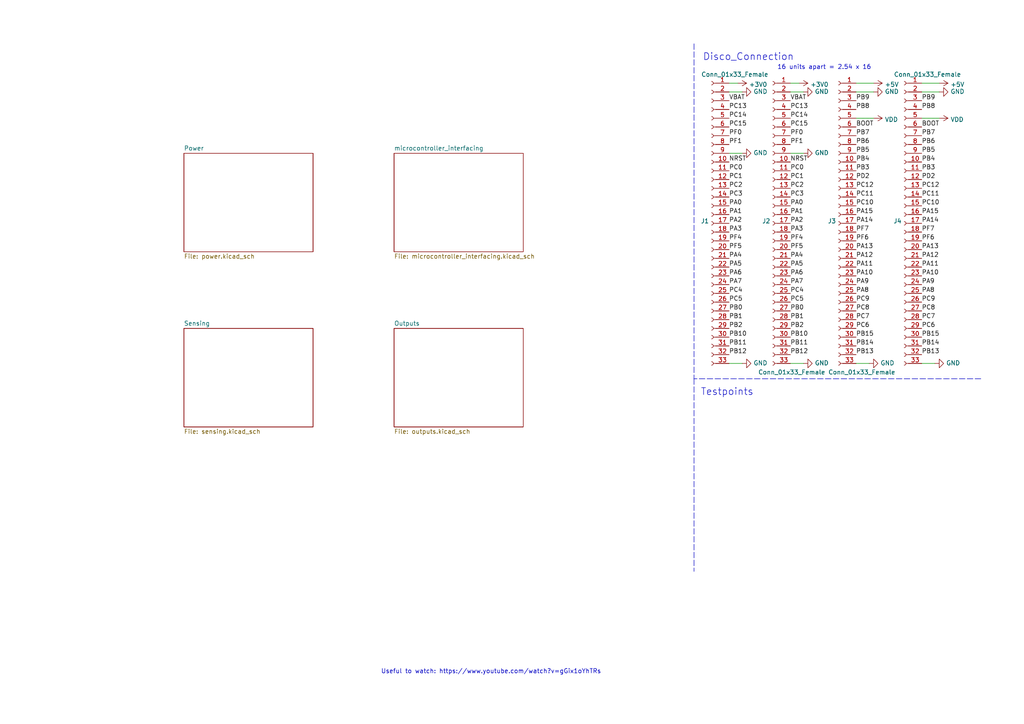
<source format=kicad_sch>
(kicad_sch (version 20211123) (generator eeschema)

  (uuid e63e39d7-6ac0-4ffd-8aa3-1841a4541b55)

  (paper "A4")

  (title_block
    (title "EEE3088F Template")
    (date "2022-02-21")
    (rev "V0.0")
    (company "University of Cape Town")
    (comment 3 "@Checked By: ")
    (comment 4 "@Authors: Justin Pead")
  )

  (lib_symbols
    (symbol "Connector:Conn_01x33_Female" (pin_names (offset 1.016) hide) (in_bom yes) (on_board yes)
      (property "Reference" "J" (id 0) (at 0 43.18 0)
        (effects (font (size 1.27 1.27)))
      )
      (property "Value" "Conn_01x33_Female" (id 1) (at 0 -43.18 0)
        (effects (font (size 1.27 1.27)))
      )
      (property "Footprint" "" (id 2) (at 0 0 0)
        (effects (font (size 1.27 1.27)) hide)
      )
      (property "Datasheet" "~" (id 3) (at 0 0 0)
        (effects (font (size 1.27 1.27)) hide)
      )
      (property "ki_keywords" "connector" (id 4) (at 0 0 0)
        (effects (font (size 1.27 1.27)) hide)
      )
      (property "ki_description" "Generic connector, single row, 01x33, script generated (kicad-library-utils/schlib/autogen/connector/)" (id 5) (at 0 0 0)
        (effects (font (size 1.27 1.27)) hide)
      )
      (property "ki_fp_filters" "Connector*:*_1x??_*" (id 6) (at 0 0 0)
        (effects (font (size 1.27 1.27)) hide)
      )
      (symbol "Conn_01x33_Female_1_1"
        (arc (start 0 -40.132) (mid -0.508 -40.64) (end 0 -41.148)
          (stroke (width 0.1524) (type default) (color 0 0 0 0))
          (fill (type none))
        )
        (arc (start 0 -37.592) (mid -0.508 -38.1) (end 0 -38.608)
          (stroke (width 0.1524) (type default) (color 0 0 0 0))
          (fill (type none))
        )
        (arc (start 0 -35.052) (mid -0.508 -35.56) (end 0 -36.068)
          (stroke (width 0.1524) (type default) (color 0 0 0 0))
          (fill (type none))
        )
        (arc (start 0 -32.512) (mid -0.508 -33.02) (end 0 -33.528)
          (stroke (width 0.1524) (type default) (color 0 0 0 0))
          (fill (type none))
        )
        (arc (start 0 -29.972) (mid -0.508 -30.48) (end 0 -30.988)
          (stroke (width 0.1524) (type default) (color 0 0 0 0))
          (fill (type none))
        )
        (arc (start 0 -27.432) (mid -0.508 -27.94) (end 0 -28.448)
          (stroke (width 0.1524) (type default) (color 0 0 0 0))
          (fill (type none))
        )
        (arc (start 0 -24.892) (mid -0.508 -25.4) (end 0 -25.908)
          (stroke (width 0.1524) (type default) (color 0 0 0 0))
          (fill (type none))
        )
        (arc (start 0 -22.352) (mid -0.508 -22.86) (end 0 -23.368)
          (stroke (width 0.1524) (type default) (color 0 0 0 0))
          (fill (type none))
        )
        (arc (start 0 -19.812) (mid -0.508 -20.32) (end 0 -20.828)
          (stroke (width 0.1524) (type default) (color 0 0 0 0))
          (fill (type none))
        )
        (arc (start 0 -17.272) (mid -0.508 -17.78) (end 0 -18.288)
          (stroke (width 0.1524) (type default) (color 0 0 0 0))
          (fill (type none))
        )
        (arc (start 0 -14.732) (mid -0.508 -15.24) (end 0 -15.748)
          (stroke (width 0.1524) (type default) (color 0 0 0 0))
          (fill (type none))
        )
        (arc (start 0 -12.192) (mid -0.508 -12.7) (end 0 -13.208)
          (stroke (width 0.1524) (type default) (color 0 0 0 0))
          (fill (type none))
        )
        (arc (start 0 -9.652) (mid -0.508 -10.16) (end 0 -10.668)
          (stroke (width 0.1524) (type default) (color 0 0 0 0))
          (fill (type none))
        )
        (arc (start 0 -7.112) (mid -0.508 -7.62) (end 0 -8.128)
          (stroke (width 0.1524) (type default) (color 0 0 0 0))
          (fill (type none))
        )
        (arc (start 0 -4.572) (mid -0.508 -5.08) (end 0 -5.588)
          (stroke (width 0.1524) (type default) (color 0 0 0 0))
          (fill (type none))
        )
        (arc (start 0 -2.032) (mid -0.508 -2.54) (end 0 -3.048)
          (stroke (width 0.1524) (type default) (color 0 0 0 0))
          (fill (type none))
        )
        (polyline
          (pts
            (xy -1.27 -40.64)
            (xy -0.508 -40.64)
          )
          (stroke (width 0.1524) (type default) (color 0 0 0 0))
          (fill (type none))
        )
        (polyline
          (pts
            (xy -1.27 -38.1)
            (xy -0.508 -38.1)
          )
          (stroke (width 0.1524) (type default) (color 0 0 0 0))
          (fill (type none))
        )
        (polyline
          (pts
            (xy -1.27 -35.56)
            (xy -0.508 -35.56)
          )
          (stroke (width 0.1524) (type default) (color 0 0 0 0))
          (fill (type none))
        )
        (polyline
          (pts
            (xy -1.27 -33.02)
            (xy -0.508 -33.02)
          )
          (stroke (width 0.1524) (type default) (color 0 0 0 0))
          (fill (type none))
        )
        (polyline
          (pts
            (xy -1.27 -30.48)
            (xy -0.508 -30.48)
          )
          (stroke (width 0.1524) (type default) (color 0 0 0 0))
          (fill (type none))
        )
        (polyline
          (pts
            (xy -1.27 -27.94)
            (xy -0.508 -27.94)
          )
          (stroke (width 0.1524) (type default) (color 0 0 0 0))
          (fill (type none))
        )
        (polyline
          (pts
            (xy -1.27 -25.4)
            (xy -0.508 -25.4)
          )
          (stroke (width 0.1524) (type default) (color 0 0 0 0))
          (fill (type none))
        )
        (polyline
          (pts
            (xy -1.27 -22.86)
            (xy -0.508 -22.86)
          )
          (stroke (width 0.1524) (type default) (color 0 0 0 0))
          (fill (type none))
        )
        (polyline
          (pts
            (xy -1.27 -20.32)
            (xy -0.508 -20.32)
          )
          (stroke (width 0.1524) (type default) (color 0 0 0 0))
          (fill (type none))
        )
        (polyline
          (pts
            (xy -1.27 -17.78)
            (xy -0.508 -17.78)
          )
          (stroke (width 0.1524) (type default) (color 0 0 0 0))
          (fill (type none))
        )
        (polyline
          (pts
            (xy -1.27 -15.24)
            (xy -0.508 -15.24)
          )
          (stroke (width 0.1524) (type default) (color 0 0 0 0))
          (fill (type none))
        )
        (polyline
          (pts
            (xy -1.27 -12.7)
            (xy -0.508 -12.7)
          )
          (stroke (width 0.1524) (type default) (color 0 0 0 0))
          (fill (type none))
        )
        (polyline
          (pts
            (xy -1.27 -10.16)
            (xy -0.508 -10.16)
          )
          (stroke (width 0.1524) (type default) (color 0 0 0 0))
          (fill (type none))
        )
        (polyline
          (pts
            (xy -1.27 -7.62)
            (xy -0.508 -7.62)
          )
          (stroke (width 0.1524) (type default) (color 0 0 0 0))
          (fill (type none))
        )
        (polyline
          (pts
            (xy -1.27 -5.08)
            (xy -0.508 -5.08)
          )
          (stroke (width 0.1524) (type default) (color 0 0 0 0))
          (fill (type none))
        )
        (polyline
          (pts
            (xy -1.27 -2.54)
            (xy -0.508 -2.54)
          )
          (stroke (width 0.1524) (type default) (color 0 0 0 0))
          (fill (type none))
        )
        (polyline
          (pts
            (xy -1.27 0)
            (xy -0.508 0)
          )
          (stroke (width 0.1524) (type default) (color 0 0 0 0))
          (fill (type none))
        )
        (polyline
          (pts
            (xy -1.27 2.54)
            (xy -0.508 2.54)
          )
          (stroke (width 0.1524) (type default) (color 0 0 0 0))
          (fill (type none))
        )
        (polyline
          (pts
            (xy -1.27 5.08)
            (xy -0.508 5.08)
          )
          (stroke (width 0.1524) (type default) (color 0 0 0 0))
          (fill (type none))
        )
        (polyline
          (pts
            (xy -1.27 7.62)
            (xy -0.508 7.62)
          )
          (stroke (width 0.1524) (type default) (color 0 0 0 0))
          (fill (type none))
        )
        (polyline
          (pts
            (xy -1.27 10.16)
            (xy -0.508 10.16)
          )
          (stroke (width 0.1524) (type default) (color 0 0 0 0))
          (fill (type none))
        )
        (polyline
          (pts
            (xy -1.27 12.7)
            (xy -0.508 12.7)
          )
          (stroke (width 0.1524) (type default) (color 0 0 0 0))
          (fill (type none))
        )
        (polyline
          (pts
            (xy -1.27 15.24)
            (xy -0.508 15.24)
          )
          (stroke (width 0.1524) (type default) (color 0 0 0 0))
          (fill (type none))
        )
        (polyline
          (pts
            (xy -1.27 17.78)
            (xy -0.508 17.78)
          )
          (stroke (width 0.1524) (type default) (color 0 0 0 0))
          (fill (type none))
        )
        (polyline
          (pts
            (xy -1.27 20.32)
            (xy -0.508 20.32)
          )
          (stroke (width 0.1524) (type default) (color 0 0 0 0))
          (fill (type none))
        )
        (polyline
          (pts
            (xy -1.27 22.86)
            (xy -0.508 22.86)
          )
          (stroke (width 0.1524) (type default) (color 0 0 0 0))
          (fill (type none))
        )
        (polyline
          (pts
            (xy -1.27 25.4)
            (xy -0.508 25.4)
          )
          (stroke (width 0.1524) (type default) (color 0 0 0 0))
          (fill (type none))
        )
        (polyline
          (pts
            (xy -1.27 27.94)
            (xy -0.508 27.94)
          )
          (stroke (width 0.1524) (type default) (color 0 0 0 0))
          (fill (type none))
        )
        (polyline
          (pts
            (xy -1.27 30.48)
            (xy -0.508 30.48)
          )
          (stroke (width 0.1524) (type default) (color 0 0 0 0))
          (fill (type none))
        )
        (polyline
          (pts
            (xy -1.27 33.02)
            (xy -0.508 33.02)
          )
          (stroke (width 0.1524) (type default) (color 0 0 0 0))
          (fill (type none))
        )
        (polyline
          (pts
            (xy -1.27 35.56)
            (xy -0.508 35.56)
          )
          (stroke (width 0.1524) (type default) (color 0 0 0 0))
          (fill (type none))
        )
        (polyline
          (pts
            (xy -1.27 38.1)
            (xy -0.508 38.1)
          )
          (stroke (width 0.1524) (type default) (color 0 0 0 0))
          (fill (type none))
        )
        (polyline
          (pts
            (xy -1.27 40.64)
            (xy -0.508 40.64)
          )
          (stroke (width 0.1524) (type default) (color 0 0 0 0))
          (fill (type none))
        )
        (arc (start 0 0.508) (mid -0.508 0) (end 0 -0.508)
          (stroke (width 0.1524) (type default) (color 0 0 0 0))
          (fill (type none))
        )
        (arc (start 0 3.048) (mid -0.508 2.54) (end 0 2.032)
          (stroke (width 0.1524) (type default) (color 0 0 0 0))
          (fill (type none))
        )
        (arc (start 0 5.588) (mid -0.508 5.08) (end 0 4.572)
          (stroke (width 0.1524) (type default) (color 0 0 0 0))
          (fill (type none))
        )
        (arc (start 0 8.128) (mid -0.508 7.62) (end 0 7.112)
          (stroke (width 0.1524) (type default) (color 0 0 0 0))
          (fill (type none))
        )
        (arc (start 0 10.668) (mid -0.508 10.16) (end 0 9.652)
          (stroke (width 0.1524) (type default) (color 0 0 0 0))
          (fill (type none))
        )
        (arc (start 0 13.208) (mid -0.508 12.7) (end 0 12.192)
          (stroke (width 0.1524) (type default) (color 0 0 0 0))
          (fill (type none))
        )
        (arc (start 0 15.748) (mid -0.508 15.24) (end 0 14.732)
          (stroke (width 0.1524) (type default) (color 0 0 0 0))
          (fill (type none))
        )
        (arc (start 0 18.288) (mid -0.508 17.78) (end 0 17.272)
          (stroke (width 0.1524) (type default) (color 0 0 0 0))
          (fill (type none))
        )
        (arc (start 0 20.828) (mid -0.508 20.32) (end 0 19.812)
          (stroke (width 0.1524) (type default) (color 0 0 0 0))
          (fill (type none))
        )
        (arc (start 0 23.368) (mid -0.508 22.86) (end 0 22.352)
          (stroke (width 0.1524) (type default) (color 0 0 0 0))
          (fill (type none))
        )
        (arc (start 0 25.908) (mid -0.508 25.4) (end 0 24.892)
          (stroke (width 0.1524) (type default) (color 0 0 0 0))
          (fill (type none))
        )
        (arc (start 0 28.448) (mid -0.508 27.94) (end 0 27.432)
          (stroke (width 0.1524) (type default) (color 0 0 0 0))
          (fill (type none))
        )
        (arc (start 0 30.988) (mid -0.508 30.48) (end 0 29.972)
          (stroke (width 0.1524) (type default) (color 0 0 0 0))
          (fill (type none))
        )
        (arc (start 0 33.528) (mid -0.508 33.02) (end 0 32.512)
          (stroke (width 0.1524) (type default) (color 0 0 0 0))
          (fill (type none))
        )
        (arc (start 0 36.068) (mid -0.508 35.56) (end 0 35.052)
          (stroke (width 0.1524) (type default) (color 0 0 0 0))
          (fill (type none))
        )
        (arc (start 0 38.608) (mid -0.508 38.1) (end 0 37.592)
          (stroke (width 0.1524) (type default) (color 0 0 0 0))
          (fill (type none))
        )
        (arc (start 0 41.148) (mid -0.508 40.64) (end 0 40.132)
          (stroke (width 0.1524) (type default) (color 0 0 0 0))
          (fill (type none))
        )
        (pin passive line (at -5.08 40.64 0) (length 3.81)
          (name "Pin_1" (effects (font (size 1.27 1.27))))
          (number "1" (effects (font (size 1.27 1.27))))
        )
        (pin passive line (at -5.08 17.78 0) (length 3.81)
          (name "Pin_10" (effects (font (size 1.27 1.27))))
          (number "10" (effects (font (size 1.27 1.27))))
        )
        (pin passive line (at -5.08 15.24 0) (length 3.81)
          (name "Pin_11" (effects (font (size 1.27 1.27))))
          (number "11" (effects (font (size 1.27 1.27))))
        )
        (pin passive line (at -5.08 12.7 0) (length 3.81)
          (name "Pin_12" (effects (font (size 1.27 1.27))))
          (number "12" (effects (font (size 1.27 1.27))))
        )
        (pin passive line (at -5.08 10.16 0) (length 3.81)
          (name "Pin_13" (effects (font (size 1.27 1.27))))
          (number "13" (effects (font (size 1.27 1.27))))
        )
        (pin passive line (at -5.08 7.62 0) (length 3.81)
          (name "Pin_14" (effects (font (size 1.27 1.27))))
          (number "14" (effects (font (size 1.27 1.27))))
        )
        (pin passive line (at -5.08 5.08 0) (length 3.81)
          (name "Pin_15" (effects (font (size 1.27 1.27))))
          (number "15" (effects (font (size 1.27 1.27))))
        )
        (pin passive line (at -5.08 2.54 0) (length 3.81)
          (name "Pin_16" (effects (font (size 1.27 1.27))))
          (number "16" (effects (font (size 1.27 1.27))))
        )
        (pin passive line (at -5.08 0 0) (length 3.81)
          (name "Pin_17" (effects (font (size 1.27 1.27))))
          (number "17" (effects (font (size 1.27 1.27))))
        )
        (pin passive line (at -5.08 -2.54 0) (length 3.81)
          (name "Pin_18" (effects (font (size 1.27 1.27))))
          (number "18" (effects (font (size 1.27 1.27))))
        )
        (pin passive line (at -5.08 -5.08 0) (length 3.81)
          (name "Pin_19" (effects (font (size 1.27 1.27))))
          (number "19" (effects (font (size 1.27 1.27))))
        )
        (pin passive line (at -5.08 38.1 0) (length 3.81)
          (name "Pin_2" (effects (font (size 1.27 1.27))))
          (number "2" (effects (font (size 1.27 1.27))))
        )
        (pin passive line (at -5.08 -7.62 0) (length 3.81)
          (name "Pin_20" (effects (font (size 1.27 1.27))))
          (number "20" (effects (font (size 1.27 1.27))))
        )
        (pin passive line (at -5.08 -10.16 0) (length 3.81)
          (name "Pin_21" (effects (font (size 1.27 1.27))))
          (number "21" (effects (font (size 1.27 1.27))))
        )
        (pin passive line (at -5.08 -12.7 0) (length 3.81)
          (name "Pin_22" (effects (font (size 1.27 1.27))))
          (number "22" (effects (font (size 1.27 1.27))))
        )
        (pin passive line (at -5.08 -15.24 0) (length 3.81)
          (name "Pin_23" (effects (font (size 1.27 1.27))))
          (number "23" (effects (font (size 1.27 1.27))))
        )
        (pin passive line (at -5.08 -17.78 0) (length 3.81)
          (name "Pin_24" (effects (font (size 1.27 1.27))))
          (number "24" (effects (font (size 1.27 1.27))))
        )
        (pin passive line (at -5.08 -20.32 0) (length 3.81)
          (name "Pin_25" (effects (font (size 1.27 1.27))))
          (number "25" (effects (font (size 1.27 1.27))))
        )
        (pin passive line (at -5.08 -22.86 0) (length 3.81)
          (name "Pin_26" (effects (font (size 1.27 1.27))))
          (number "26" (effects (font (size 1.27 1.27))))
        )
        (pin passive line (at -5.08 -25.4 0) (length 3.81)
          (name "Pin_27" (effects (font (size 1.27 1.27))))
          (number "27" (effects (font (size 1.27 1.27))))
        )
        (pin passive line (at -5.08 -27.94 0) (length 3.81)
          (name "Pin_28" (effects (font (size 1.27 1.27))))
          (number "28" (effects (font (size 1.27 1.27))))
        )
        (pin passive line (at -5.08 -30.48 0) (length 3.81)
          (name "Pin_29" (effects (font (size 1.27 1.27))))
          (number "29" (effects (font (size 1.27 1.27))))
        )
        (pin passive line (at -5.08 35.56 0) (length 3.81)
          (name "Pin_3" (effects (font (size 1.27 1.27))))
          (number "3" (effects (font (size 1.27 1.27))))
        )
        (pin passive line (at -5.08 -33.02 0) (length 3.81)
          (name "Pin_30" (effects (font (size 1.27 1.27))))
          (number "30" (effects (font (size 1.27 1.27))))
        )
        (pin passive line (at -5.08 -35.56 0) (length 3.81)
          (name "Pin_31" (effects (font (size 1.27 1.27))))
          (number "31" (effects (font (size 1.27 1.27))))
        )
        (pin passive line (at -5.08 -38.1 0) (length 3.81)
          (name "Pin_32" (effects (font (size 1.27 1.27))))
          (number "32" (effects (font (size 1.27 1.27))))
        )
        (pin passive line (at -5.08 -40.64 0) (length 3.81)
          (name "Pin_33" (effects (font (size 1.27 1.27))))
          (number "33" (effects (font (size 1.27 1.27))))
        )
        (pin passive line (at -5.08 33.02 0) (length 3.81)
          (name "Pin_4" (effects (font (size 1.27 1.27))))
          (number "4" (effects (font (size 1.27 1.27))))
        )
        (pin passive line (at -5.08 30.48 0) (length 3.81)
          (name "Pin_5" (effects (font (size 1.27 1.27))))
          (number "5" (effects (font (size 1.27 1.27))))
        )
        (pin passive line (at -5.08 27.94 0) (length 3.81)
          (name "Pin_6" (effects (font (size 1.27 1.27))))
          (number "6" (effects (font (size 1.27 1.27))))
        )
        (pin passive line (at -5.08 25.4 0) (length 3.81)
          (name "Pin_7" (effects (font (size 1.27 1.27))))
          (number "7" (effects (font (size 1.27 1.27))))
        )
        (pin passive line (at -5.08 22.86 0) (length 3.81)
          (name "Pin_8" (effects (font (size 1.27 1.27))))
          (number "8" (effects (font (size 1.27 1.27))))
        )
        (pin passive line (at -5.08 20.32 0) (length 3.81)
          (name "Pin_9" (effects (font (size 1.27 1.27))))
          (number "9" (effects (font (size 1.27 1.27))))
        )
      )
    )
    (symbol "power:+3V0" (power) (pin_names (offset 0)) (in_bom yes) (on_board yes)
      (property "Reference" "#PWR" (id 0) (at 0 -3.81 0)
        (effects (font (size 1.27 1.27)) hide)
      )
      (property "Value" "+3V0" (id 1) (at 0 3.556 0)
        (effects (font (size 1.27 1.27)))
      )
      (property "Footprint" "" (id 2) (at 0 0 0)
        (effects (font (size 1.27 1.27)) hide)
      )
      (property "Datasheet" "" (id 3) (at 0 0 0)
        (effects (font (size 1.27 1.27)) hide)
      )
      (property "ki_keywords" "power-flag" (id 4) (at 0 0 0)
        (effects (font (size 1.27 1.27)) hide)
      )
      (property "ki_description" "Power symbol creates a global label with name \"+3V0\"" (id 5) (at 0 0 0)
        (effects (font (size 1.27 1.27)) hide)
      )
      (symbol "+3V0_0_1"
        (polyline
          (pts
            (xy -0.762 1.27)
            (xy 0 2.54)
          )
          (stroke (width 0) (type default) (color 0 0 0 0))
          (fill (type none))
        )
        (polyline
          (pts
            (xy 0 0)
            (xy 0 2.54)
          )
          (stroke (width 0) (type default) (color 0 0 0 0))
          (fill (type none))
        )
        (polyline
          (pts
            (xy 0 2.54)
            (xy 0.762 1.27)
          )
          (stroke (width 0) (type default) (color 0 0 0 0))
          (fill (type none))
        )
      )
      (symbol "+3V0_1_1"
        (pin power_in line (at 0 0 90) (length 0) hide
          (name "+3V0" (effects (font (size 1.27 1.27))))
          (number "1" (effects (font (size 1.27 1.27))))
        )
      )
    )
    (symbol "power:+5V" (power) (pin_names (offset 0)) (in_bom yes) (on_board yes)
      (property "Reference" "#PWR" (id 0) (at 0 -3.81 0)
        (effects (font (size 1.27 1.27)) hide)
      )
      (property "Value" "+5V" (id 1) (at 0 3.556 0)
        (effects (font (size 1.27 1.27)))
      )
      (property "Footprint" "" (id 2) (at 0 0 0)
        (effects (font (size 1.27 1.27)) hide)
      )
      (property "Datasheet" "" (id 3) (at 0 0 0)
        (effects (font (size 1.27 1.27)) hide)
      )
      (property "ki_keywords" "power-flag" (id 4) (at 0 0 0)
        (effects (font (size 1.27 1.27)) hide)
      )
      (property "ki_description" "Power symbol creates a global label with name \"+5V\"" (id 5) (at 0 0 0)
        (effects (font (size 1.27 1.27)) hide)
      )
      (symbol "+5V_0_1"
        (polyline
          (pts
            (xy -0.762 1.27)
            (xy 0 2.54)
          )
          (stroke (width 0) (type default) (color 0 0 0 0))
          (fill (type none))
        )
        (polyline
          (pts
            (xy 0 0)
            (xy 0 2.54)
          )
          (stroke (width 0) (type default) (color 0 0 0 0))
          (fill (type none))
        )
        (polyline
          (pts
            (xy 0 2.54)
            (xy 0.762 1.27)
          )
          (stroke (width 0) (type default) (color 0 0 0 0))
          (fill (type none))
        )
      )
      (symbol "+5V_1_1"
        (pin power_in line (at 0 0 90) (length 0) hide
          (name "+5V" (effects (font (size 1.27 1.27))))
          (number "1" (effects (font (size 1.27 1.27))))
        )
      )
    )
    (symbol "power:GND" (power) (pin_names (offset 0)) (in_bom yes) (on_board yes)
      (property "Reference" "#PWR" (id 0) (at 0 -6.35 0)
        (effects (font (size 1.27 1.27)) hide)
      )
      (property "Value" "GND" (id 1) (at 0 -3.81 0)
        (effects (font (size 1.27 1.27)))
      )
      (property "Footprint" "" (id 2) (at 0 0 0)
        (effects (font (size 1.27 1.27)) hide)
      )
      (property "Datasheet" "" (id 3) (at 0 0 0)
        (effects (font (size 1.27 1.27)) hide)
      )
      (property "ki_keywords" "power-flag" (id 4) (at 0 0 0)
        (effects (font (size 1.27 1.27)) hide)
      )
      (property "ki_description" "Power symbol creates a global label with name \"GND\" , ground" (id 5) (at 0 0 0)
        (effects (font (size 1.27 1.27)) hide)
      )
      (symbol "GND_0_1"
        (polyline
          (pts
            (xy 0 0)
            (xy 0 -1.27)
            (xy 1.27 -1.27)
            (xy 0 -2.54)
            (xy -1.27 -1.27)
            (xy 0 -1.27)
          )
          (stroke (width 0) (type default) (color 0 0 0 0))
          (fill (type none))
        )
      )
      (symbol "GND_1_1"
        (pin power_in line (at 0 0 270) (length 0) hide
          (name "GND" (effects (font (size 1.27 1.27))))
          (number "1" (effects (font (size 1.27 1.27))))
        )
      )
    )
    (symbol "power:VDD" (power) (pin_names (offset 0)) (in_bom yes) (on_board yes)
      (property "Reference" "#PWR" (id 0) (at 0 -3.81 0)
        (effects (font (size 1.27 1.27)) hide)
      )
      (property "Value" "VDD" (id 1) (at 0 3.81 0)
        (effects (font (size 1.27 1.27)))
      )
      (property "Footprint" "" (id 2) (at 0 0 0)
        (effects (font (size 1.27 1.27)) hide)
      )
      (property "Datasheet" "" (id 3) (at 0 0 0)
        (effects (font (size 1.27 1.27)) hide)
      )
      (property "ki_keywords" "power-flag" (id 4) (at 0 0 0)
        (effects (font (size 1.27 1.27)) hide)
      )
      (property "ki_description" "Power symbol creates a global label with name \"VDD\"" (id 5) (at 0 0 0)
        (effects (font (size 1.27 1.27)) hide)
      )
      (symbol "VDD_0_1"
        (polyline
          (pts
            (xy -0.762 1.27)
            (xy 0 2.54)
          )
          (stroke (width 0) (type default) (color 0 0 0 0))
          (fill (type none))
        )
        (polyline
          (pts
            (xy 0 0)
            (xy 0 2.54)
          )
          (stroke (width 0) (type default) (color 0 0 0 0))
          (fill (type none))
        )
        (polyline
          (pts
            (xy 0 2.54)
            (xy 0.762 1.27)
          )
          (stroke (width 0) (type default) (color 0 0 0 0))
          (fill (type none))
        )
      )
      (symbol "VDD_1_1"
        (pin power_in line (at 0 0 90) (length 0) hide
          (name "VDD" (effects (font (size 1.27 1.27))))
          (number "1" (effects (font (size 1.27 1.27))))
        )
      )
    )
  )


  (wire (pts (xy 211.455 44.45) (xy 215.265 44.45))
    (stroke (width 0) (type default) (color 0 0 0 0))
    (uuid 2361ed9d-44ac-40c1-ab71-db1419d4ef87)
  )
  (polyline (pts (xy 201.295 12.7) (xy 201.295 109.855))
    (stroke (width 0) (type default) (color 0 0 0 0))
    (uuid 3a983f51-42e8-405a-9e04-43b2dcabad73)
  )
  (polyline (pts (xy 284.48 109.855) (xy 201.295 109.855))
    (stroke (width 0) (type default) (color 0 0 0 0))
    (uuid 5349dbfc-1197-4fd1-baa3-9509e2eb1877)
  )

  (wire (pts (xy 248.285 26.67) (xy 253.365 26.67))
    (stroke (width 0) (type default) (color 0 0 0 0))
    (uuid 5379d081-922a-4828-9d43-7b2f2572d06c)
  )
  (wire (pts (xy 229.235 24.13) (xy 231.775 24.13))
    (stroke (width 0) (type default) (color 0 0 0 0))
    (uuid 5d9cc826-4756-4365-b769-24e883398d0a)
  )
  (polyline (pts (xy 201.295 109.855) (xy 201.295 165.735))
    (stroke (width 0) (type default) (color 0 0 0 0))
    (uuid 6afb9509-4267-45b9-b7dd-802c6961c178)
  )

  (wire (pts (xy 248.285 34.29) (xy 253.365 34.29))
    (stroke (width 0) (type default) (color 0 0 0 0))
    (uuid 93927c49-5ee1-4ac6-b668-9cc01dba8402)
  )
  (wire (pts (xy 253.365 24.13) (xy 248.285 24.13))
    (stroke (width 0) (type default) (color 0 0 0 0))
    (uuid 97db24fe-c1f7-4f86-9060-dc632af2d885)
  )
  (wire (pts (xy 211.455 24.13) (xy 213.995 24.13))
    (stroke (width 0) (type default) (color 0 0 0 0))
    (uuid a1f347f0-3fa4-4dbd-b2cf-d3082bc4e36a)
  )
  (wire (pts (xy 233.045 105.41) (xy 229.235 105.41))
    (stroke (width 0) (type default) (color 0 0 0 0))
    (uuid ad9624f8-cf25-4b9a-95b1-2c64fccd57f6)
  )
  (wire (pts (xy 229.235 26.67) (xy 233.045 26.67))
    (stroke (width 0) (type default) (color 0 0 0 0))
    (uuid b6346b0a-bb01-4e48-89f7-5054374e0d0d)
  )
  (wire (pts (xy 229.235 44.45) (xy 233.045 44.45))
    (stroke (width 0) (type default) (color 0 0 0 0))
    (uuid be40a792-1fff-4ce1-a6d8-41730132bad4)
  )
  (wire (pts (xy 272.415 24.13) (xy 267.335 24.13))
    (stroke (width 0) (type default) (color 0 0 0 0))
    (uuid ce824579-a256-4757-8547-32bf1db63637)
  )
  (wire (pts (xy 211.455 26.67) (xy 215.265 26.67))
    (stroke (width 0) (type default) (color 0 0 0 0))
    (uuid dc419a21-b30b-44db-8d8a-272c5f8ad6c6)
  )
  (wire (pts (xy 248.285 105.41) (xy 252.095 105.41))
    (stroke (width 0) (type default) (color 0 0 0 0))
    (uuid dfdaa22a-0489-48da-8a56-737e4c4366e1)
  )
  (wire (pts (xy 267.335 105.41) (xy 271.145 105.41))
    (stroke (width 0) (type default) (color 0 0 0 0))
    (uuid e1a929c4-c484-4255-9524-8c224d1f6e73)
  )
  (wire (pts (xy 267.335 26.67) (xy 272.415 26.67))
    (stroke (width 0) (type default) (color 0 0 0 0))
    (uuid e567c545-204a-4e4a-bfa9-ae48e2366f9a)
  )
  (wire (pts (xy 215.265 105.41) (xy 211.455 105.41))
    (stroke (width 0) (type default) (color 0 0 0 0))
    (uuid f03f8712-a7f0-45ba-8dbf-7ce6f298ed42)
  )
  (wire (pts (xy 267.335 34.29) (xy 272.415 34.29))
    (stroke (width 0) (type default) (color 0 0 0 0))
    (uuid f66b82ab-c203-4cb4-84ea-abcb2cd50a9c)
  )

  (text "Useful to watch: https://www.youtube.com/watch?v=gGix1oYhTRs"
    (at 110.49 195.58 0)
    (effects (font (size 1.27 1.27)) (justify left bottom))
    (uuid 18a8e287-d1c7-45b6-a196-710aa99585f3)
  )
  (text "16 units apart = 2.54 x 16" (at 225.425 20.32 0)
    (effects (font (size 1.27 1.27)) (justify left bottom))
    (uuid 9328bf5e-c997-4667-847d-cf51587a0583)
  )
  (text "Disco_Connection" (at 203.835 17.78 0)
    (effects (font (size 2.0066 2.0066)) (justify left bottom))
    (uuid bba52ae1-2c60-4612-b640-b785ed4cdd7e)
  )
  (text "Testpoints" (at 203.2 114.935 0)
    (effects (font (size 2.0066 2.0066)) (justify left bottom))
    (uuid f205d1ef-3ec2-4153-92b9-77f602b37fac)
  )

  (label "PC14" (at 211.455 34.29 0)
    (effects (font (size 1.27 1.27)) (justify left bottom))
    (uuid 013a1c32-db17-4fdf-9087-65b8bebaf5c1)
  )
  (label "PC11" (at 248.285 57.15 0)
    (effects (font (size 1.27 1.27)) (justify left bottom))
    (uuid 019b9904-3bfd-4fd4-9d41-96b38c16849e)
  )
  (label "PB2" (at 211.455 95.25 0)
    (effects (font (size 1.27 1.27)) (justify left bottom))
    (uuid 051d4750-b73a-474f-abf5-a58dadb01c92)
  )
  (label "PB6" (at 248.285 41.91 0)
    (effects (font (size 1.27 1.27)) (justify left bottom))
    (uuid 0afc6592-c2db-4caa-a22b-f13f9e7e1c40)
  )
  (label "PB14" (at 267.335 100.33 0)
    (effects (font (size 1.27 1.27)) (justify left bottom))
    (uuid 15ddbae8-4879-44da-8c42-497366b84781)
  )
  (label "PA15" (at 267.335 62.23 0)
    (effects (font (size 1.27 1.27)) (justify left bottom))
    (uuid 15f86f86-6612-462a-a1d2-f730a8788a9a)
  )
  (label "PB14" (at 248.285 100.33 0)
    (effects (font (size 1.27 1.27)) (justify left bottom))
    (uuid 168a0226-3f44-46ec-a72a-15290137bd66)
  )
  (label "PA11" (at 267.335 77.47 0)
    (effects (font (size 1.27 1.27)) (justify left bottom))
    (uuid 17c7b03d-e4b9-4587-b2ce-0ee7a9d30575)
  )
  (label "PC7" (at 248.285 92.71 0)
    (effects (font (size 1.27 1.27)) (justify left bottom))
    (uuid 18406746-0f9d-4d88-9ef2-8423e08576f0)
  )
  (label "PB6" (at 267.335 41.91 0)
    (effects (font (size 1.27 1.27)) (justify left bottom))
    (uuid 1aa01b33-85ec-45ea-bfaa-b88738576f2f)
  )
  (label "PA8" (at 267.335 85.09 0)
    (effects (font (size 1.27 1.27)) (justify left bottom))
    (uuid 2009ab3a-f4bf-4c63-a0fe-9d170c762787)
  )
  (label "PC9" (at 248.285 87.63 0)
    (effects (font (size 1.27 1.27)) (justify left bottom))
    (uuid 20ac7a70-5cb9-4418-b061-8e4ee8d36b79)
  )
  (label "PB15" (at 267.335 97.79 0)
    (effects (font (size 1.27 1.27)) (justify left bottom))
    (uuid 23a49e10-e7d0-41d9-a15a-25ac614cee99)
  )
  (label "PC11" (at 267.335 57.15 0)
    (effects (font (size 1.27 1.27)) (justify left bottom))
    (uuid 28f5d24e-b605-4fad-9e07-a157526f5710)
  )
  (label "PC1" (at 211.455 52.07 0)
    (effects (font (size 1.27 1.27)) (justify left bottom))
    (uuid 2bf34b7c-94ca-4ac8-94c5-6312536f342f)
  )
  (label "PA1" (at 229.235 62.23 0)
    (effects (font (size 1.27 1.27)) (justify left bottom))
    (uuid 2e2c4431-7ad4-4101-b72a-e48147e24a71)
  )
  (label "PF7" (at 267.335 67.31 0)
    (effects (font (size 1.27 1.27)) (justify left bottom))
    (uuid 311a70eb-5859-4da6-8fe4-344b06368e0f)
  )
  (label "PC0" (at 229.235 49.53 0)
    (effects (font (size 1.27 1.27)) (justify left bottom))
    (uuid 31ae1ddb-55f8-4875-b94d-87a4d0c86414)
  )
  (label "PF7" (at 248.285 67.31 0)
    (effects (font (size 1.27 1.27)) (justify left bottom))
    (uuid 37b282c6-a944-47fd-a51e-f59b7e5f431e)
  )
  (label "PA12" (at 267.335 74.93 0)
    (effects (font (size 1.27 1.27)) (justify left bottom))
    (uuid 381ea437-8589-413a-8d00-c27a465a3773)
  )
  (label "PC15" (at 211.455 36.83 0)
    (effects (font (size 1.27 1.27)) (justify left bottom))
    (uuid 39f65f62-d48a-4aa3-a9a3-c17d058105fe)
  )
  (label "PC1" (at 229.235 52.07 0)
    (effects (font (size 1.27 1.27)) (justify left bottom))
    (uuid 3a41f6b2-d64e-4fc9-9c78-62461e28f42c)
  )
  (label "PC13" (at 229.235 31.75 0)
    (effects (font (size 1.27 1.27)) (justify left bottom))
    (uuid 3b5cbb6d-677b-4641-88bd-7044bfd6bfae)
  )
  (label "VBAT" (at 229.235 29.21 0)
    (effects (font (size 1.27 1.27)) (justify left bottom))
    (uuid 3c847883-a462-4ea9-9466-d1dd1edc5a97)
  )
  (label "PC6" (at 267.335 95.25 0)
    (effects (font (size 1.27 1.27)) (justify left bottom))
    (uuid 3d774050-1f75-473e-bdf5-d052504e6a25)
  )
  (label "PA4" (at 211.455 74.93 0)
    (effects (font (size 1.27 1.27)) (justify left bottom))
    (uuid 3f43b8cc-e232-4de4-a8bc-56a1a1c0a87a)
  )
  (label "BOOT" (at 248.285 36.83 0)
    (effects (font (size 1.27 1.27)) (justify left bottom))
    (uuid 3f6533ba-c4f9-46fc-b56b-e4570f6ba8d8)
  )
  (label "PB5" (at 248.285 44.45 0)
    (effects (font (size 1.27 1.27)) (justify left bottom))
    (uuid 42ec88f7-d7f3-40cf-8759-f8c5477df41e)
  )
  (label "PC8" (at 267.335 90.17 0)
    (effects (font (size 1.27 1.27)) (justify left bottom))
    (uuid 432045b0-7589-468b-8659-999ac30c51fa)
  )
  (label "PB7" (at 267.335 39.37 0)
    (effects (font (size 1.27 1.27)) (justify left bottom))
    (uuid 4362e6ac-6290-4071-922f-911c69fdd561)
  )
  (label "PA13" (at 267.335 72.39 0)
    (effects (font (size 1.27 1.27)) (justify left bottom))
    (uuid 437daa66-7365-482e-804c-8098c6a0905c)
  )
  (label "PD2" (at 248.285 52.07 0)
    (effects (font (size 1.27 1.27)) (justify left bottom))
    (uuid 43cc948b-7aa9-4530-a448-911bd0e35fae)
  )
  (label "PC12" (at 248.285 54.61 0)
    (effects (font (size 1.27 1.27)) (justify left bottom))
    (uuid 449c1c23-1f0d-4ed5-b566-2c18ec95c2a3)
  )
  (label "PC10" (at 248.285 59.69 0)
    (effects (font (size 1.27 1.27)) (justify left bottom))
    (uuid 4829bee0-faa8-43f7-b2d7-8a6e5d1b3050)
  )
  (label "PB1" (at 211.455 92.71 0)
    (effects (font (size 1.27 1.27)) (justify left bottom))
    (uuid 487ede9d-e4e2-47c1-b417-084ff862638c)
  )
  (label "PB9" (at 267.335 29.21 0)
    (effects (font (size 1.27 1.27)) (justify left bottom))
    (uuid 49956dd5-35c0-4b9f-8b2a-6f2b8918bd8c)
  )
  (label "PA2" (at 229.235 64.77 0)
    (effects (font (size 1.27 1.27)) (justify left bottom))
    (uuid 4a8c099c-07ef-47db-b188-6f8b7978d1d4)
  )
  (label "PA10" (at 267.335 80.01 0)
    (effects (font (size 1.27 1.27)) (justify left bottom))
    (uuid 4d290f63-844a-4f7b-8aec-c610c29b1e2f)
  )
  (label "PB5" (at 267.335 44.45 0)
    (effects (font (size 1.27 1.27)) (justify left bottom))
    (uuid 4d759aa0-1145-43ae-a507-a45f6fc89e2a)
  )
  (label "PF5" (at 211.455 72.39 0)
    (effects (font (size 1.27 1.27)) (justify left bottom))
    (uuid 539ff21e-64a5-4d0a-a3c6-87ad104f3729)
  )
  (label "PB13" (at 248.285 102.87 0)
    (effects (font (size 1.27 1.27)) (justify left bottom))
    (uuid 54562a16-6662-4d1b-9b50-45ed0ae36481)
  )
  (label "PC4" (at 229.235 85.09 0)
    (effects (font (size 1.27 1.27)) (justify left bottom))
    (uuid 5600b446-cc57-4d99-a6dd-3cb2f076483c)
  )
  (label "PC15" (at 229.235 36.83 0)
    (effects (font (size 1.27 1.27)) (justify left bottom))
    (uuid 58e43a80-a74c-4a45-a990-a8fe7ecac27a)
  )
  (label "PB1" (at 229.235 92.71 0)
    (effects (font (size 1.27 1.27)) (justify left bottom))
    (uuid 5c98cb3c-93cf-496b-a0fd-51386a56d77e)
  )
  (label "PA5" (at 229.235 77.47 0)
    (effects (font (size 1.27 1.27)) (justify left bottom))
    (uuid 5f88a249-af85-4825-b9e1-a3ec67ffc637)
  )
  (label "PC0" (at 211.455 49.53 0)
    (effects (font (size 1.27 1.27)) (justify left bottom))
    (uuid 61e795c9-5bb5-48b3-b7a0-cb64f04c7adc)
  )
  (label "PB7" (at 248.285 39.37 0)
    (effects (font (size 1.27 1.27)) (justify left bottom))
    (uuid 62b6b2b3-6ade-4e95-8062-936451a2172f)
  )
  (label "PB0" (at 229.235 90.17 0)
    (effects (font (size 1.27 1.27)) (justify left bottom))
    (uuid 6d4e5957-6764-40d7-9d3e-e16ba095c79a)
  )
  (label "PA5" (at 211.455 77.47 0)
    (effects (font (size 1.27 1.27)) (justify left bottom))
    (uuid 6db4c715-f604-4ad5-b3e6-77e085153a04)
  )
  (label "PC8" (at 248.285 90.17 0)
    (effects (font (size 1.27 1.27)) (justify left bottom))
    (uuid 6f581e98-caac-4a3a-b0ed-76aab462e56a)
  )
  (label "PA3" (at 229.235 67.31 0)
    (effects (font (size 1.27 1.27)) (justify left bottom))
    (uuid 73975e5a-04c0-454b-b7b1-06dcb3c81497)
  )
  (label "PA10" (at 248.285 80.01 0)
    (effects (font (size 1.27 1.27)) (justify left bottom))
    (uuid 73b08644-febb-4c1e-9b8f-826cf4cd7348)
  )
  (label "PB12" (at 211.455 102.87 0)
    (effects (font (size 1.27 1.27)) (justify left bottom))
    (uuid 73e2a101-0bc0-414b-9aa7-7eeb8a3caef1)
  )
  (label "PB10" (at 211.455 97.79 0)
    (effects (font (size 1.27 1.27)) (justify left bottom))
    (uuid 74a9c3ca-08aa-4a6a-9a4f-5ecc24362076)
  )
  (label "PB3" (at 267.335 49.53 0)
    (effects (font (size 1.27 1.27)) (justify left bottom))
    (uuid 7759bcaf-350b-4897-a675-aaf4fb3e75fe)
  )
  (label "PA14" (at 248.285 64.77 0)
    (effects (font (size 1.27 1.27)) (justify left bottom))
    (uuid 77b09fa1-fbbb-49ab-94c4-069660b694ff)
  )
  (label "VBAT" (at 211.455 29.21 0)
    (effects (font (size 1.27 1.27)) (justify left bottom))
    (uuid 78a4062b-d2b4-4346-a029-0257bf4c7e99)
  )
  (label "PC6" (at 248.285 95.25 0)
    (effects (font (size 1.27 1.27)) (justify left bottom))
    (uuid 7cc91655-208f-4c40-986f-00fd054b4b29)
  )
  (label "PA7" (at 229.235 82.55 0)
    (effects (font (size 1.27 1.27)) (justify left bottom))
    (uuid 7e9c7b14-3332-49ee-a587-5014a80db3f9)
  )
  (label "PB11" (at 211.455 100.33 0)
    (effects (font (size 1.27 1.27)) (justify left bottom))
    (uuid 7f2c9904-545b-4337-acd6-8707e0924818)
  )
  (label "PC4" (at 211.455 85.09 0)
    (effects (font (size 1.27 1.27)) (justify left bottom))
    (uuid 7fa098fb-b644-4e64-920e-8328b5d12f21)
  )
  (label "PC14" (at 229.235 34.29 0)
    (effects (font (size 1.27 1.27)) (justify left bottom))
    (uuid 7ff097b5-a55d-47f6-a955-3ddc5f3d0fd8)
  )
  (label "PC2" (at 229.235 54.61 0)
    (effects (font (size 1.27 1.27)) (justify left bottom))
    (uuid 815a0815-7930-45ec-8d6e-dc110f979c75)
  )
  (label "PF4" (at 229.235 69.85 0)
    (effects (font (size 1.27 1.27)) (justify left bottom))
    (uuid 822cf157-ecb8-46d7-8cc6-5f0248fd6b37)
  )
  (label "PB2" (at 229.235 95.25 0)
    (effects (font (size 1.27 1.27)) (justify left bottom))
    (uuid 842c62a3-da79-4cc2-9eb8-0e81d553171d)
  )
  (label "PF0" (at 211.455 39.37 0)
    (effects (font (size 1.27 1.27)) (justify left bottom))
    (uuid 85762fc6-4dad-4d00-b3f3-d625c47e2b72)
  )
  (label "PA2" (at 211.455 64.77 0)
    (effects (font (size 1.27 1.27)) (justify left bottom))
    (uuid 875404be-e359-458a-af29-1bd3403dd55f)
  )
  (label "PA12" (at 248.285 74.93 0)
    (effects (font (size 1.27 1.27)) (justify left bottom))
    (uuid 899f373a-cf16-4f13-9d21-dfc8f80ca371)
  )
  (label "PC5" (at 229.235 87.63 0)
    (effects (font (size 1.27 1.27)) (justify left bottom))
    (uuid 8a56a0e1-0b83-4459-b285-5106d6ccafbb)
  )
  (label "PA6" (at 229.235 80.01 0)
    (effects (font (size 1.27 1.27)) (justify left bottom))
    (uuid 8cb63406-42c5-417f-9384-cf8cdba62340)
  )
  (label "PC13" (at 211.455 31.75 0)
    (effects (font (size 1.27 1.27)) (justify left bottom))
    (uuid 8de39313-d6b3-49d5-879e-e7c755da7625)
  )
  (label "PB13" (at 267.335 102.87 0)
    (effects (font (size 1.27 1.27)) (justify left bottom))
    (uuid 9098a6bf-eae0-4636-90c3-6c2f5d9401fd)
  )
  (label "NRST" (at 229.235 46.99 0)
    (effects (font (size 1.27 1.27)) (justify left bottom))
    (uuid 92ba8945-0271-4dc3-a102-541bc7646045)
  )
  (label "PA3" (at 211.455 67.31 0)
    (effects (font (size 1.27 1.27)) (justify left bottom))
    (uuid 93340c38-8bfd-447a-bf60-be3c6dc860d9)
  )
  (label "PB4" (at 267.335 46.99 0)
    (effects (font (size 1.27 1.27)) (justify left bottom))
    (uuid 971c1271-0f6f-46b9-8494-7107930ab4af)
  )
  (label "PA6" (at 211.455 80.01 0)
    (effects (font (size 1.27 1.27)) (justify left bottom))
    (uuid 9801ccc8-5152-40bb-932d-67072f8cd8ad)
  )
  (label "PF1" (at 229.235 41.91 0)
    (effects (font (size 1.27 1.27)) (justify left bottom))
    (uuid 9b11964f-5943-49c9-bbf0-08d035779463)
  )
  (label "BOOT" (at 267.335 36.83 0)
    (effects (font (size 1.27 1.27)) (justify left bottom))
    (uuid 9c8b409b-0d1b-49e5-8fed-acd83e0e8b3e)
  )
  (label "PA4" (at 229.235 74.93 0)
    (effects (font (size 1.27 1.27)) (justify left bottom))
    (uuid 9f7b3295-d16c-467f-88f6-2ab8ee650e3a)
  )
  (label "PB15" (at 248.285 97.79 0)
    (effects (font (size 1.27 1.27)) (justify left bottom))
    (uuid a1bbbcb7-3394-4d47-a7e2-c5aca5915b62)
  )
  (label "PB4" (at 248.285 46.99 0)
    (effects (font (size 1.27 1.27)) (justify left bottom))
    (uuid a1cf3838-7a06-43e1-a94f-aa849ba69819)
  )
  (label "PF0" (at 229.235 39.37 0)
    (effects (font (size 1.27 1.27)) (justify left bottom))
    (uuid a43501fb-72a9-4536-bb81-9f53755e8169)
  )
  (label "PB8" (at 267.335 31.75 0)
    (effects (font (size 1.27 1.27)) (justify left bottom))
    (uuid a5129eb7-d259-4824-8f60-442feba02c79)
  )
  (label "PC5" (at 211.455 87.63 0)
    (effects (font (size 1.27 1.27)) (justify left bottom))
    (uuid a6353897-349e-4000-937a-994d7719e8ce)
  )
  (label "PA0" (at 211.455 59.69 0)
    (effects (font (size 1.27 1.27)) (justify left bottom))
    (uuid aeef9f8f-2515-46d6-a613-4e8d98d0e468)
  )
  (label "PB11" (at 229.235 100.33 0)
    (effects (font (size 1.27 1.27)) (justify left bottom))
    (uuid b2944857-047d-4655-a00b-49e658220448)
  )
  (label "PC12" (at 267.335 54.61 0)
    (effects (font (size 1.27 1.27)) (justify left bottom))
    (uuid b4450c83-6da6-4393-a892-92bf8cbec8aa)
  )
  (label "PC7" (at 267.335 92.71 0)
    (effects (font (size 1.27 1.27)) (justify left bottom))
    (uuid b8e9717b-c8d9-44dd-9eb5-d37e3b2c2fb5)
  )
  (label "PF5" (at 229.235 72.39 0)
    (effects (font (size 1.27 1.27)) (justify left bottom))
    (uuid bdb69042-8fa0-4d7e-be19-fed7218cdfd8)
  )
  (label "PA0" (at 229.235 59.69 0)
    (effects (font (size 1.27 1.27)) (justify left bottom))
    (uuid c8ce7d0f-bd8a-416c-9bb9-339f4090a830)
  )
  (label "PC3" (at 211.455 57.15 0)
    (effects (font (size 1.27 1.27)) (justify left bottom))
    (uuid ca12753c-a5f4-49a4-bb14-a01420a86edb)
  )
  (label "PA14" (at 267.335 64.77 0)
    (effects (font (size 1.27 1.27)) (justify left bottom))
    (uuid cd74d053-e62a-45a3-9f24-631862f85655)
  )
  (label "PF6" (at 267.335 69.85 0)
    (effects (font (size 1.27 1.27)) (justify left bottom))
    (uuid cdb2878b-f702-4635-9e4c-1cc8cfe5a84c)
  )
  (label "PF6" (at 248.285 69.85 0)
    (effects (font (size 1.27 1.27)) (justify left bottom))
    (uuid cfdd684c-0d04-48e4-a62a-4b899d9ad32f)
  )
  (label "PA11" (at 248.285 77.47 0)
    (effects (font (size 1.27 1.27)) (justify left bottom))
    (uuid d0823f78-79d3-470b-87e6-694e750395bc)
  )
  (label "PF1" (at 211.455 41.91 0)
    (effects (font (size 1.27 1.27)) (justify left bottom))
    (uuid d5316dab-96ab-4569-a34d-520f96a50c86)
  )
  (label "PA15" (at 248.285 62.23 0)
    (effects (font (size 1.27 1.27)) (justify left bottom))
    (uuid d6570804-0f13-4bd8-a39e-13afafdb752a)
  )
  (label "PD2" (at 267.335 52.07 0)
    (effects (font (size 1.27 1.27)) (justify left bottom))
    (uuid d6c6796b-c630-4de8-9473-cbbc978a0a21)
  )
  (label "PB8" (at 248.285 31.75 0)
    (effects (font (size 1.27 1.27)) (justify left bottom))
    (uuid d75f1379-cf40-49b3-9b28-2d291ed900e9)
  )
  (label "PB10" (at 229.235 97.79 0)
    (effects (font (size 1.27 1.27)) (justify left bottom))
    (uuid d92eb7fd-0303-4aaa-b39e-7bf35dbafd2d)
  )
  (label "PA7" (at 211.455 82.55 0)
    (effects (font (size 1.27 1.27)) (justify left bottom))
    (uuid dba4ad5b-8704-4fc8-9247-b9c4709cf1cf)
  )
  (label "PA9" (at 248.285 82.55 0)
    (effects (font (size 1.27 1.27)) (justify left bottom))
    (uuid dc50af72-15b3-4fb5-bf25-289e8b8f51f6)
  )
  (label "PB9" (at 248.285 29.21 0)
    (effects (font (size 1.27 1.27)) (justify left bottom))
    (uuid de9ed2c1-1e41-42ee-81d4-f29b6bd22835)
  )
  (label "PA9" (at 267.335 82.55 0)
    (effects (font (size 1.27 1.27)) (justify left bottom))
    (uuid e12ec3e8-0d5b-47b1-abb9-9b31a4bb451e)
  )
  (label "PB12" (at 229.235 102.87 0)
    (effects (font (size 1.27 1.27)) (justify left bottom))
    (uuid e382fedc-c868-44fd-9740-47cc05b15c1c)
  )
  (label "PC10" (at 267.335 59.69 0)
    (effects (font (size 1.27 1.27)) (justify left bottom))
    (uuid e5abcaa8-c89a-49d4-9e47-28a25f37d322)
  )
  (label "PA1" (at 211.455 62.23 0)
    (effects (font (size 1.27 1.27)) (justify left bottom))
    (uuid e5e03502-ed28-4743-9af6-23bafe8e639e)
  )
  (label "PA13" (at 248.285 72.39 0)
    (effects (font (size 1.27 1.27)) (justify left bottom))
    (uuid e6eb6955-2cd6-4a24-9d4c-bf3c42dcce77)
  )
  (label "PC2" (at 211.455 54.61 0)
    (effects (font (size 1.27 1.27)) (justify left bottom))
    (uuid eca73914-6f4b-487c-b8f6-6bedca0fa3fb)
  )
  (label "PB3" (at 248.285 49.53 0)
    (effects (font (size 1.27 1.27)) (justify left bottom))
    (uuid ee86ad28-2e8a-4b4f-a90f-b244d52f0462)
  )
  (label "PA8" (at 248.285 85.09 0)
    (effects (font (size 1.27 1.27)) (justify left bottom))
    (uuid f47ba0cc-ecae-4aef-a30d-acee22ce59db)
  )
  (label "PF4" (at 211.455 69.85 0)
    (effects (font (size 1.27 1.27)) (justify left bottom))
    (uuid f683b564-906b-42f6-a233-cd22c58657dd)
  )
  (label "PB0" (at 211.455 90.17 0)
    (effects (font (size 1.27 1.27)) (justify left bottom))
    (uuid f6c96c0d-4cf7-4e5a-ad96-cb52e5fda138)
  )
  (label "NRST" (at 211.455 46.99 0)
    (effects (font (size 1.27 1.27)) (justify left bottom))
    (uuid fa837821-0cb5-4c2d-b2ac-2376f32f5c33)
  )
  (label "PC3" (at 229.235 57.15 0)
    (effects (font (size 1.27 1.27)) (justify left bottom))
    (uuid fd2d066c-2ff9-43c4-ab8e-a65d2b71b5c1)
  )
  (label "PC9" (at 267.335 87.63 0)
    (effects (font (size 1.27 1.27)) (justify left bottom))
    (uuid fdd0a3ff-3d05-4dc5-8f2c-3aa967326c19)
  )

  (symbol (lib_id "power:GND") (at 233.045 105.41 90) (unit 1)
    (in_bom yes) (on_board yes)
    (uuid 0f122926-6ab0-4321-bb42-3042bba502d6)
    (property "Reference" "#PWR014" (id 0) (at 239.395 105.41 0)
      (effects (font (size 1.27 1.27)) hide)
    )
    (property "Value" "GND" (id 1) (at 236.2962 105.283 90)
      (effects (font (size 1.27 1.27)) (justify right))
    )
    (property "Footprint" "" (id 2) (at 233.045 105.41 0)
      (effects (font (size 1.27 1.27)) hide)
    )
    (property "Datasheet" "" (id 3) (at 233.045 105.41 0)
      (effects (font (size 1.27 1.27)) hide)
    )
    (pin "1" (uuid a3a95987-dbc7-46c3-9b74-39d0bc0f6070))
  )

  (symbol (lib_id "power:GND") (at 233.045 44.45 90) (unit 1)
    (in_bom yes) (on_board yes)
    (uuid 111c2bf6-9865-4ea4-a9f9-1702355a872d)
    (property "Reference" "#PWR012" (id 0) (at 239.395 44.45 0)
      (effects (font (size 1.27 1.27)) hide)
    )
    (property "Value" "GND" (id 1) (at 236.2962 44.323 90)
      (effects (font (size 1.27 1.27)) (justify right))
    )
    (property "Footprint" "" (id 2) (at 233.045 44.45 0)
      (effects (font (size 1.27 1.27)) hide)
    )
    (property "Datasheet" "" (id 3) (at 233.045 44.45 0)
      (effects (font (size 1.27 1.27)) hide)
    )
    (pin "1" (uuid e0130066-f120-45ab-8ca4-de7cd402c362))
  )

  (symbol (lib_id "power:GND") (at 233.045 26.67 90) (unit 1)
    (in_bom yes) (on_board yes)
    (uuid 367a0318-2a8d-4844-b1c5-a4b9f86a1709)
    (property "Reference" "#PWR06" (id 0) (at 239.395 26.67 0)
      (effects (font (size 1.27 1.27)) hide)
    )
    (property "Value" "GND" (id 1) (at 236.2962 26.543 90)
      (effects (font (size 1.27 1.27)) (justify right))
    )
    (property "Footprint" "" (id 2) (at 233.045 26.67 0)
      (effects (font (size 1.27 1.27)) hide)
    )
    (property "Datasheet" "" (id 3) (at 233.045 26.67 0)
      (effects (font (size 1.27 1.27)) hide)
    )
    (pin "1" (uuid 6ccf7be9-8d30-475d-8941-1f167d5de7ec))
  )

  (symbol (lib_id "power:GND") (at 252.095 105.41 90) (unit 1)
    (in_bom yes) (on_board yes)
    (uuid 37c732a1-cf44-4113-843f-85a5910958ec)
    (property "Reference" "#PWR015" (id 0) (at 258.445 105.41 0)
      (effects (font (size 1.27 1.27)) hide)
    )
    (property "Value" "GND" (id 1) (at 255.3462 105.283 90)
      (effects (font (size 1.27 1.27)) (justify right))
    )
    (property "Footprint" "" (id 2) (at 252.095 105.41 0)
      (effects (font (size 1.27 1.27)) hide)
    )
    (property "Datasheet" "" (id 3) (at 252.095 105.41 0)
      (effects (font (size 1.27 1.27)) hide)
    )
    (pin "1" (uuid b2d11b31-1b82-4d0c-a24f-3ecd947114ec))
  )

  (symbol (lib_id "Connector:Conn_01x33_Female") (at 262.255 64.77 0) (mirror y) (unit 1)
    (in_bom yes) (on_board yes)
    (uuid 39549a53-fe72-4509-a12d-de170bbf0433)
    (property "Reference" "J4" (id 0) (at 261.5438 64.1096 0)
      (effects (font (size 1.27 1.27)) (justify left))
    )
    (property "Value" "Conn_01x33_Female" (id 1) (at 278.765 21.59 0)
      (effects (font (size 1.27 1.27)) (justify left))
    )
    (property "Footprint" "Connector_PinHeader_2.54mm:PinHeader_1x33_P2.54mm_Vertical" (id 2) (at 262.255 64.77 0)
      (effects (font (size 1.27 1.27)) hide)
    )
    (property "Datasheet" "~" (id 3) (at 262.255 64.77 0)
      (effects (font (size 1.27 1.27)) hide)
    )
    (property "LCSC" "" (id 4) (at 262.255 64.77 0)
      (effects (font (size 1.27 1.27)) hide)
    )
    (property "Populate" "DNP" (id 5) (at 262.255 64.77 0)
      (effects (font (size 1.27 1.27)) hide)
    )
    (property "Price" "0" (id 6) (at 262.255 64.77 0)
      (effects (font (size 1.27 1.27)) hide)
    )
    (pin "1" (uuid 5841a60a-7434-4694-9b2f-60c2321b8bd0))
    (pin "10" (uuid 94f92a53-a887-4e67-921d-9685969e3c14))
    (pin "11" (uuid 8fecaef3-3ec3-48db-b92b-42aba82b3c34))
    (pin "12" (uuid a07f1e79-1d7d-4a07-b840-3da61e06e5e0))
    (pin "13" (uuid 9d1d67aa-bd89-4416-8ff1-ea3aed8edbd3))
    (pin "14" (uuid ff3f0dce-48a8-4a4e-9a85-b6808253807b))
    (pin "15" (uuid 42921c6f-25e8-4512-9139-83b5b81397a7))
    (pin "16" (uuid d9c7258e-64f4-44a0-b9ed-474106f56c42))
    (pin "17" (uuid 26584013-aa69-4f6e-9469-cf96829118fe))
    (pin "18" (uuid d9209bac-cc1b-4bd5-9b0c-8896b0dbce47))
    (pin "19" (uuid 14b6a088-e29e-4f65-bb62-fd783c1ab88e))
    (pin "2" (uuid 6b4ae552-c3dc-4d02-ab1a-556e15ae247d))
    (pin "20" (uuid 8157d0c3-4115-4fef-882d-18ff9f3b1e49))
    (pin "21" (uuid 1d3dd843-278a-491c-aee7-c4ca56549357))
    (pin "22" (uuid a3c07522-2d1f-4d1c-a6e5-18097136531a))
    (pin "23" (uuid 53d63574-d294-4160-8943-1f901b80728f))
    (pin "24" (uuid 9d221b3b-0bfe-4439-a426-0f2594b9c7bf))
    (pin "25" (uuid e12656ad-962f-4bd5-a35d-a45aa6b4e27e))
    (pin "26" (uuid 3450ae82-42ae-493f-904b-d8b1a09c107a))
    (pin "27" (uuid 741e6598-04b9-4005-a079-9081c23103ab))
    (pin "28" (uuid 0a1ac2c6-8da8-4410-b772-69afa2855077))
    (pin "29" (uuid c355ca51-32bc-4d88-a250-07d5621dd709))
    (pin "3" (uuid 119a2ba9-03f2-48af-8f1a-4a96cb25a3bf))
    (pin "30" (uuid f252e204-5b1e-4386-b15b-42d6a51ae097))
    (pin "31" (uuid dff62e1d-c592-4963-80cb-25d776cdc1f4))
    (pin "32" (uuid 742f6656-c86d-41c0-937e-ef6ded3bd482))
    (pin "33" (uuid 251435cb-df17-46ab-aac4-3d24ccac8db0))
    (pin "4" (uuid e68fac9b-3de3-4acb-9bb0-3dee3685df22))
    (pin "5" (uuid 7efaeda2-e767-44b9-adb2-3a0c3f4d2f1d))
    (pin "6" (uuid dacfc6b2-f197-4446-86ee-d141533404be))
    (pin "7" (uuid d8ebdeb0-2bbd-4a1b-a259-f95c97f44cbe))
    (pin "8" (uuid b2ecb88a-4c09-46d5-b24a-de38dbb48f75))
    (pin "9" (uuid 9004cee7-358e-4c08-9d64-a05f28a4e7b6))
  )

  (symbol (lib_id "power:GND") (at 215.265 105.41 90) (unit 1)
    (in_bom yes) (on_board yes)
    (uuid 3f40e620-2b34-4c9e-b852-1ba39e3dbc3a)
    (property "Reference" "#PWR013" (id 0) (at 221.615 105.41 0)
      (effects (font (size 1.27 1.27)) hide)
    )
    (property "Value" "GND" (id 1) (at 218.5162 105.283 90)
      (effects (font (size 1.27 1.27)) (justify right))
    )
    (property "Footprint" "" (id 2) (at 215.265 105.41 0)
      (effects (font (size 1.27 1.27)) hide)
    )
    (property "Datasheet" "" (id 3) (at 215.265 105.41 0)
      (effects (font (size 1.27 1.27)) hide)
    )
    (pin "1" (uuid 48d919bf-1f23-4426-bfff-25ceb2530f1f))
  )

  (symbol (lib_id "power:GND") (at 215.265 44.45 90) (unit 1)
    (in_bom yes) (on_board yes)
    (uuid 408b3778-6552-41b5-9096-89c71f84e5ce)
    (property "Reference" "#PWR011" (id 0) (at 221.615 44.45 0)
      (effects (font (size 1.27 1.27)) hide)
    )
    (property "Value" "GND" (id 1) (at 218.5162 44.323 90)
      (effects (font (size 1.27 1.27)) (justify right))
    )
    (property "Footprint" "" (id 2) (at 215.265 44.45 0)
      (effects (font (size 1.27 1.27)) hide)
    )
    (property "Datasheet" "" (id 3) (at 215.265 44.45 0)
      (effects (font (size 1.27 1.27)) hide)
    )
    (pin "1" (uuid ec51372b-772c-40c6-ad58-bf05ad60b91d))
  )

  (symbol (lib_id "power:GND") (at 253.365 26.67 90) (unit 1)
    (in_bom yes) (on_board yes)
    (uuid 78502c21-b204-41a4-a74c-663a74be7530)
    (property "Reference" "#PWR07" (id 0) (at 259.715 26.67 0)
      (effects (font (size 1.27 1.27)) hide)
    )
    (property "Value" "GND" (id 1) (at 256.6162 26.543 90)
      (effects (font (size 1.27 1.27)) (justify right))
    )
    (property "Footprint" "" (id 2) (at 253.365 26.67 0)
      (effects (font (size 1.27 1.27)) hide)
    )
    (property "Datasheet" "" (id 3) (at 253.365 26.67 0)
      (effects (font (size 1.27 1.27)) hide)
    )
    (pin "1" (uuid dcbc5a2e-2561-4663-8736-09acc9fe0209))
  )

  (symbol (lib_id "power:+5V") (at 253.365 24.13 270) (unit 1)
    (in_bom yes) (on_board yes)
    (uuid 7c938fcf-5266-4f01-b9d8-797ff7c61f4c)
    (property "Reference" "#PWR03" (id 0) (at 249.555 24.13 0)
      (effects (font (size 1.27 1.27)) hide)
    )
    (property "Value" "+5V" (id 1) (at 256.6162 24.511 90)
      (effects (font (size 1.27 1.27)) (justify left))
    )
    (property "Footprint" "" (id 2) (at 253.365 24.13 0)
      (effects (font (size 1.27 1.27)) hide)
    )
    (property "Datasheet" "" (id 3) (at 253.365 24.13 0)
      (effects (font (size 1.27 1.27)) hide)
    )
    (pin "1" (uuid 06d56cea-efec-4ee2-a30e-da196d83ccb4))
  )

  (symbol (lib_id "power:GND") (at 272.415 26.67 90) (unit 1)
    (in_bom yes) (on_board yes)
    (uuid 7db41bda-359c-420f-bdf5-221e6a8efd3d)
    (property "Reference" "#PWR08" (id 0) (at 278.765 26.67 0)
      (effects (font (size 1.27 1.27)) hide)
    )
    (property "Value" "GND" (id 1) (at 275.6662 26.543 90)
      (effects (font (size 1.27 1.27)) (justify right))
    )
    (property "Footprint" "" (id 2) (at 272.415 26.67 0)
      (effects (font (size 1.27 1.27)) hide)
    )
    (property "Datasheet" "" (id 3) (at 272.415 26.67 0)
      (effects (font (size 1.27 1.27)) hide)
    )
    (pin "1" (uuid 486e42a8-ccd7-4296-b46d-c1c0b1981be4))
  )

  (symbol (lib_id "power:GND") (at 271.145 105.41 90) (unit 1)
    (in_bom yes) (on_board yes)
    (uuid 92adc2a7-705f-4e7b-90a7-1c91d9f5977d)
    (property "Reference" "#PWR016" (id 0) (at 277.495 105.41 0)
      (effects (font (size 1.27 1.27)) hide)
    )
    (property "Value" "GND" (id 1) (at 274.3962 105.283 90)
      (effects (font (size 1.27 1.27)) (justify right))
    )
    (property "Footprint" "" (id 2) (at 271.145 105.41 0)
      (effects (font (size 1.27 1.27)) hide)
    )
    (property "Datasheet" "" (id 3) (at 271.145 105.41 0)
      (effects (font (size 1.27 1.27)) hide)
    )
    (pin "1" (uuid 2798cc00-37db-458a-b5f8-bea65ae99be7))
  )

  (symbol (lib_id "power:GND") (at 215.265 26.67 90) (unit 1)
    (in_bom yes) (on_board yes)
    (uuid 949cc60c-3f6b-4495-915a-ef19f31633cf)
    (property "Reference" "#PWR05" (id 0) (at 221.615 26.67 0)
      (effects (font (size 1.27 1.27)) hide)
    )
    (property "Value" "GND" (id 1) (at 218.5162 26.543 90)
      (effects (font (size 1.27 1.27)) (justify right))
    )
    (property "Footprint" "" (id 2) (at 215.265 26.67 0)
      (effects (font (size 1.27 1.27)) hide)
    )
    (property "Datasheet" "" (id 3) (at 215.265 26.67 0)
      (effects (font (size 1.27 1.27)) hide)
    )
    (pin "1" (uuid b30e6612-e5d5-44fe-802a-8ee7b6f86412))
  )

  (symbol (lib_id "Connector:Conn_01x33_Female") (at 224.155 64.77 0) (mirror y) (unit 1)
    (in_bom yes) (on_board yes)
    (uuid 94d07718-2fcc-40a0-ad0e-c4bb67bc804a)
    (property "Reference" "J2" (id 0) (at 223.4438 64.1096 0)
      (effects (font (size 1.27 1.27)) (justify left))
    )
    (property "Value" "Conn_01x33_Female" (id 1) (at 239.395 107.95 0)
      (effects (font (size 1.27 1.27)) (justify left))
    )
    (property "Footprint" "Connector_PinSocket_2.54mm:PinSocket_1x33_P2.54mm_Vertical" (id 2) (at 224.155 64.77 0)
      (effects (font (size 1.27 1.27)) hide)
    )
    (property "Datasheet" "~" (id 3) (at 224.155 64.77 0)
      (effects (font (size 1.27 1.27)) hide)
    )
    (property "LCSC" "C1234 (example)" (id 4) (at 224.155 64.77 0)
      (effects (font (size 1.27 1.27)) hide)
    )
    (property "Populate" "DNP" (id 5) (at 224.155 64.77 0)
      (effects (font (size 1.27 1.27)) hide)
    )
    (property "Alt_LCSC" "C12345 (example)" (id 6) (at 224.155 64.77 0)
      (effects (font (size 1.27 1.27)) hide)
    )
    (property "Price" "0" (id 7) (at 224.155 64.77 0)
      (effects (font (size 1.27 1.27)) hide)
    )
    (pin "1" (uuid f1d34821-cc17-42fc-b481-1c7f738497e3))
    (pin "10" (uuid 78fa7842-f3c6-48db-8c77-7797633506e5))
    (pin "11" (uuid 442f453a-9b44-44ab-a898-82f45629c72d))
    (pin "12" (uuid 1b642110-eaa8-451d-b449-e92e71e75978))
    (pin "13" (uuid be52ce9f-4498-483f-a791-994a787b7224))
    (pin "14" (uuid 16b71e23-859c-4e16-8af1-5d30a5c2b726))
    (pin "15" (uuid fcdae4f4-bcbc-432a-b7d5-ee4bdd3d104f))
    (pin "16" (uuid ec53b93c-c93c-4a00-b315-00a9db4c857c))
    (pin "17" (uuid 6a8a1901-a3c7-470d-99d9-02146451972b))
    (pin "18" (uuid c4eb404f-f3d2-4506-bf24-56396736d56f))
    (pin "19" (uuid 7c7cfeb1-8cd1-4c5f-8e65-42b386d94011))
    (pin "2" (uuid 009110da-fae2-454e-8387-1e8fd70409cb))
    (pin "20" (uuid 834d0192-2f8f-45da-a664-ea874d4070f9))
    (pin "21" (uuid bdf9dfdb-3e3e-46cc-8bb8-4372561c164b))
    (pin "22" (uuid d9452562-ce7e-4680-9c6e-6998b86cb475))
    (pin "23" (uuid 8519174e-f406-4836-8f33-e219a5351591))
    (pin "24" (uuid 116b375f-957b-4eda-a12b-df384678f533))
    (pin "25" (uuid 1b80aaa4-9cfe-448e-8ff1-d2c69f706b2e))
    (pin "26" (uuid 3eb6166e-d2a4-4778-a9e3-fd9ea19f972e))
    (pin "27" (uuid c36f7147-bc6f-4cbe-8b56-617ae1aaead3))
    (pin "28" (uuid a6e79250-4ea1-4a1f-b168-c1d347acb43a))
    (pin "29" (uuid 1bd13fbe-d376-42a1-8a94-f12442f4121a))
    (pin "3" (uuid 2ad27911-6b4b-41d3-af19-3a88d479912c))
    (pin "30" (uuid 6dda73be-73a3-4bdf-aea3-f2d520a51491))
    (pin "31" (uuid 825e7db8-0294-426e-853c-3be31e57f559))
    (pin "32" (uuid 54c2b029-df21-4268-9a74-8433670031c7))
    (pin "33" (uuid 293bc8e1-4ff1-450d-8ef0-4276b77002bf))
    (pin "4" (uuid 7b7fe22f-5db7-4fb0-a6e2-91b9a8e5f484))
    (pin "5" (uuid 778130e2-5dcf-4ba4-bd77-4acc3a461105))
    (pin "6" (uuid c908cdd7-5bf2-4e04-ae66-bd89b22bab8d))
    (pin "7" (uuid 35a1a735-588f-4c50-9b46-cb8744ae8f02))
    (pin "8" (uuid 7eaae2d7-b4ad-4554-8c8a-2037170131bd))
    (pin "9" (uuid c4587bb7-c73a-4ad0-bcd4-d7dc9697e09b))
  )

  (symbol (lib_id "Connector:Conn_01x33_Female") (at 206.375 64.77 0) (mirror y) (unit 1)
    (in_bom yes) (on_board yes)
    (uuid ae3c331f-8808-430e-931c-7d9b2cc37f5b)
    (property "Reference" "J1" (id 0) (at 205.6638 64.1096 0)
      (effects (font (size 1.27 1.27)) (justify left))
    )
    (property "Value" "Conn_01x33_Female" (id 1) (at 222.885 21.59 0)
      (effects (font (size 1.27 1.27)) (justify left))
    )
    (property "Footprint" "Connector_PinHeader_2.54mm:PinHeader_1x33_P2.54mm_Vertical" (id 2) (at 206.375 64.77 0)
      (effects (font (size 1.27 1.27)) hide)
    )
    (property "Datasheet" "~" (id 3) (at 206.375 64.77 0)
      (effects (font (size 1.27 1.27)) hide)
    )
    (property "LCSC" "" (id 4) (at 206.375 64.77 0)
      (effects (font (size 1.27 1.27)) hide)
    )
    (property "Populate" "DNP" (id 5) (at 206.375 64.77 0)
      (effects (font (size 1.27 1.27)) hide)
    )
    (property "Price" "0" (id 6) (at 206.375 64.77 0)
      (effects (font (size 1.27 1.27)) hide)
    )
    (pin "1" (uuid 4cd135a5-fdd1-4851-864a-dadf7c96d9ff))
    (pin "10" (uuid ab5db7e5-9de7-449f-b70b-9d0dd610b10b))
    (pin "11" (uuid 4c756fc2-8fde-4459-8921-e1db5a89f1ba))
    (pin "12" (uuid 1c36527b-20ab-4863-8486-3913ee2e57f4))
    (pin "13" (uuid a4813917-c395-4e03-b658-4133a12249cd))
    (pin "14" (uuid f2cb3dc7-19c3-4d39-8479-4368f9d1680c))
    (pin "15" (uuid 5900b9d3-f54e-4689-953a-e125f5f9fa71))
    (pin "16" (uuid 474da0bb-a80f-4ce4-b14e-5f26d8f31e91))
    (pin "17" (uuid ee5ea3d6-1422-40d3-882b-9d8b9c72bbba))
    (pin "18" (uuid 6c1d0ff6-53d9-4a5b-89a8-5313d6ca7d94))
    (pin "19" (uuid 94b40fef-8e3d-4a32-a137-035c86ca86c8))
    (pin "2" (uuid bb592211-9895-49a1-bb6a-47f7a9f85864))
    (pin "20" (uuid a28b42a6-1c1a-4667-9b8b-ad6bdfd23632))
    (pin "21" (uuid fc56b098-c3aa-474b-aac9-da58d4f42386))
    (pin "22" (uuid c360b637-6f5d-44e0-97f7-af09c2986ed7))
    (pin "23" (uuid 91e34627-a183-42e4-bafa-955f631c2bab))
    (pin "24" (uuid 0df376e0-b3b8-4926-8318-ef70bcc43326))
    (pin "25" (uuid d0e144a3-6f5f-4307-ac4c-47637e9032bf))
    (pin "26" (uuid a97a52d6-fe14-4f06-b35e-2dc42532437e))
    (pin "27" (uuid 644a2620-03c0-4432-a2a3-b8177b485182))
    (pin "28" (uuid 729e0aa9-1770-4b96-8a01-af601278faec))
    (pin "29" (uuid 7847981b-5502-41f3-9413-b29fe20c5b32))
    (pin "3" (uuid fe36219f-13f1-47e3-b06a-60e954519022))
    (pin "30" (uuid 6b732b9b-51f6-479d-b29b-3f7cb9c273ef))
    (pin "31" (uuid 3f4ca593-2b3f-4c1d-83fb-6afbc1dc83bd))
    (pin "32" (uuid 34e4c084-25ed-4154-b584-44597cd86748))
    (pin "33" (uuid b8a69dfb-4ff5-4171-8662-f4fd81f9fc4a))
    (pin "4" (uuid d5926ae5-e972-4dcc-8335-d8bd16db6dbc))
    (pin "5" (uuid 142e2caa-2b2c-4696-83a8-bdbb5b82c7f7))
    (pin "6" (uuid 3036986f-780f-4e5b-8e4b-4e66acc1e072))
    (pin "7" (uuid eab7c737-4450-406f-9f80-b2e18bb45dd6))
    (pin "8" (uuid 317a2bf1-677c-46ed-b6b4-eef240063844))
    (pin "9" (uuid 61d63f1b-dbdf-4e18-9e78-d70eac21ae65))
  )

  (symbol (lib_id "power:VDD") (at 253.365 34.29 270) (unit 1)
    (in_bom yes) (on_board yes)
    (uuid ba80136a-34d0-4a97-a9c9-c43ab3f7be6e)
    (property "Reference" "#PWR09" (id 0) (at 249.555 34.29 0)
      (effects (font (size 1.27 1.27)) hide)
    )
    (property "Value" "VDD" (id 1) (at 256.6162 34.671 90)
      (effects (font (size 1.27 1.27)) (justify left))
    )
    (property "Footprint" "" (id 2) (at 253.365 34.29 0)
      (effects (font (size 1.27 1.27)) hide)
    )
    (property "Datasheet" "" (id 3) (at 253.365 34.29 0)
      (effects (font (size 1.27 1.27)) hide)
    )
    (pin "1" (uuid 93b580d1-c2df-48c4-9d06-465ca9d3eebc))
  )

  (symbol (lib_id "power:+5V") (at 272.415 24.13 270) (unit 1)
    (in_bom yes) (on_board yes)
    (uuid c5ed04ff-a810-4989-b637-8cc763ae2ab6)
    (property "Reference" "#PWR04" (id 0) (at 268.605 24.13 0)
      (effects (font (size 1.27 1.27)) hide)
    )
    (property "Value" "+5V" (id 1) (at 275.6662 24.511 90)
      (effects (font (size 1.27 1.27)) (justify left))
    )
    (property "Footprint" "" (id 2) (at 272.415 24.13 0)
      (effects (font (size 1.27 1.27)) hide)
    )
    (property "Datasheet" "" (id 3) (at 272.415 24.13 0)
      (effects (font (size 1.27 1.27)) hide)
    )
    (pin "1" (uuid 3e6949fd-a9d6-4530-9145-d07c13ad2635))
  )

  (symbol (lib_id "power:+3V0") (at 231.775 24.13 270) (unit 1)
    (in_bom yes) (on_board yes)
    (uuid c6505e92-8e90-436d-b6f5-959c6248d156)
    (property "Reference" "#PWR02" (id 0) (at 227.965 24.13 0)
      (effects (font (size 1.27 1.27)) hide)
    )
    (property "Value" "+3V0" (id 1) (at 235.0262 24.511 90)
      (effects (font (size 1.27 1.27)) (justify left))
    )
    (property "Footprint" "" (id 2) (at 231.775 24.13 0)
      (effects (font (size 1.27 1.27)) hide)
    )
    (property "Datasheet" "" (id 3) (at 231.775 24.13 0)
      (effects (font (size 1.27 1.27)) hide)
    )
    (pin "1" (uuid d432cbe6-4998-44d8-87df-626563ccc34f))
  )

  (symbol (lib_id "Connector:Conn_01x33_Female") (at 243.205 64.77 0) (mirror y) (unit 1)
    (in_bom yes) (on_board yes)
    (uuid c7050574-27e1-4a80-9dab-24805663409e)
    (property "Reference" "J3" (id 0) (at 242.4938 64.1096 0)
      (effects (font (size 1.27 1.27)) (justify left))
    )
    (property "Value" "Conn_01x33_Female" (id 1) (at 259.715 107.95 0)
      (effects (font (size 1.27 1.27)) (justify left))
    )
    (property "Footprint" "Connector_PinSocket_2.54mm:PinSocket_1x33_P2.54mm_Vertical" (id 2) (at 243.205 64.77 0)
      (effects (font (size 1.27 1.27)) hide)
    )
    (property "Datasheet" "~" (id 3) (at 243.205 64.77 0)
      (effects (font (size 1.27 1.27)) hide)
    )
    (property "LCSC" "C1234 (example)" (id 4) (at 243.205 64.77 0)
      (effects (font (size 1.27 1.27)) hide)
    )
    (property "Populate" "DNP" (id 5) (at 243.205 64.77 0)
      (effects (font (size 1.27 1.27)) hide)
    )
    (property "Alt_LCSC" "C12345 (example)" (id 6) (at 243.205 64.77 0)
      (effects (font (size 1.27 1.27)) hide)
    )
    (property "Price" "0" (id 7) (at 243.205 64.77 0)
      (effects (font (size 1.27 1.27)) hide)
    )
    (pin "1" (uuid 99e5628a-8c61-4f9d-aa6e-5b585271b505))
    (pin "10" (uuid 9f289b4a-cc82-473b-9973-1ab4c36355f8))
    (pin "11" (uuid 46c31fef-8b6d-4892-b7d6-1b9818ed82f5))
    (pin "12" (uuid 11ccd497-2713-4d03-8a7a-1dbd53fbc1f7))
    (pin "13" (uuid 328b655f-3682-4d72-b986-09747092cdfb))
    (pin "14" (uuid d46f6682-7aa3-41f8-8dfe-bfed3b1f9948))
    (pin "15" (uuid 7dd46673-4551-4937-beee-2ea3f888f7bc))
    (pin "16" (uuid bade9875-e59b-4d52-b529-c48d7c265fc4))
    (pin "17" (uuid 3b398e0a-4c10-4dcc-aa1f-5dcd51a576d9))
    (pin "18" (uuid a32fe8ab-5810-40f6-8eab-48332c0ee5a0))
    (pin "19" (uuid b3eebb03-af8c-48e8-a7d9-5ec3741206fa))
    (pin "2" (uuid 66734891-cd33-4205-a68e-7aa74d4b75f8))
    (pin "20" (uuid 92587ea2-e589-4cd0-a110-fdbbe9573c25))
    (pin "21" (uuid a5d527e3-93e5-4f7c-9403-79aabfbdc470))
    (pin "22" (uuid c587e41e-e411-44d4-a360-b7b652a17e87))
    (pin "23" (uuid ec7a7d72-678f-4bfb-a06b-17a4d013c413))
    (pin "24" (uuid 8f0e1ea6-d278-4117-9e02-aaadcc59362e))
    (pin "25" (uuid 17540f0f-267d-4f0f-8f00-5539a89bd637))
    (pin "26" (uuid 36d7002b-bf2e-428b-a91a-b4ed755cac59))
    (pin "27" (uuid 8a2de683-0cbb-47f9-b48d-61ac1c60565d))
    (pin "28" (uuid 99f4f4aa-2f14-4bf9-b8a7-da1480e9e168))
    (pin "29" (uuid 286a9e39-c26f-49c3-809f-c04839a4ac04))
    (pin "3" (uuid 706bece9-b980-4420-a866-a63a48a63c89))
    (pin "30" (uuid 5696a53f-2631-4279-8564-21adeaab997c))
    (pin "31" (uuid f57b03a6-125b-453a-8f2a-24b446ebba66))
    (pin "32" (uuid 8b664cd6-f39e-4636-850d-30ba11a608d8))
    (pin "33" (uuid eba6f904-5352-4ca5-9d68-7095d5553d23))
    (pin "4" (uuid 6995beeb-7854-4705-ae35-78174cb5e8c5))
    (pin "5" (uuid 26aff78d-1dc4-4822-8817-49ee707b8453))
    (pin "6" (uuid 03590f33-763d-44e7-bd58-7b869bb7ef20))
    (pin "7" (uuid 66f97120-6c7e-441a-9997-acbf3e610e6e))
    (pin "8" (uuid 97208e50-b896-4df8-8da4-ea2fc6b46da5))
    (pin "9" (uuid d92cfbfa-da4b-4f63-8ad6-7bb6977d4f44))
  )

  (symbol (lib_id "power:VDD") (at 272.415 34.29 270) (unit 1)
    (in_bom yes) (on_board yes)
    (uuid dc463df2-2692-4a08-9d95-1a693251e4f0)
    (property "Reference" "#PWR010" (id 0) (at 268.605 34.29 0)
      (effects (font (size 1.27 1.27)) hide)
    )
    (property "Value" "VDD" (id 1) (at 275.6662 34.671 90)
      (effects (font (size 1.27 1.27)) (justify left))
    )
    (property "Footprint" "" (id 2) (at 272.415 34.29 0)
      (effects (font (size 1.27 1.27)) hide)
    )
    (property "Datasheet" "" (id 3) (at 272.415 34.29 0)
      (effects (font (size 1.27 1.27)) hide)
    )
    (pin "1" (uuid 0739a502-7fa1-4e85-8cae-604fd21c9156))
  )

  (symbol (lib_id "power:+3V0") (at 213.995 24.13 270) (unit 1)
    (in_bom yes) (on_board yes)
    (uuid e04409c2-b3ba-460e-bddc-62e0044901c2)
    (property "Reference" "#PWR01" (id 0) (at 210.185 24.13 0)
      (effects (font (size 1.27 1.27)) hide)
    )
    (property "Value" "+3V0" (id 1) (at 217.2462 24.511 90)
      (effects (font (size 1.27 1.27)) (justify left))
    )
    (property "Footprint" "" (id 2) (at 213.995 24.13 0)
      (effects (font (size 1.27 1.27)) hide)
    )
    (property "Datasheet" "" (id 3) (at 213.995 24.13 0)
      (effects (font (size 1.27 1.27)) hide)
    )
    (pin "1" (uuid e42b8b80-020c-4fee-b000-fd91abf3966d))
  )

  (sheet (at 114.3 44.45) (size 37.465 28.575) (fields_autoplaced)
    (stroke (width 0.1524) (type solid) (color 0 0 0 0))
    (fill (color 0 0 0 0.0000))
    (uuid 59b42903-2dc7-4011-ab5b-d7b81bd233c3)
    (property "Sheet name" "microcontroller_interfacing" (id 0) (at 114.3 43.7384 0)
      (effects (font (size 1.27 1.27)) (justify left bottom))
    )
    (property "Sheet file" "microcontroller_interfacing.kicad_sch" (id 1) (at 114.3 73.6096 0)
      (effects (font (size 1.27 1.27)) (justify left top))
    )
  )

  (sheet (at 114.3 95.25) (size 37.465 28.575) (fields_autoplaced)
    (stroke (width 0.1524) (type solid) (color 0 0 0 0))
    (fill (color 0 0 0 0.0000))
    (uuid 6faa355f-9d08-4dfa-b3e6-58b461b2063e)
    (property "Sheet name" "Outputs" (id 0) (at 114.3 94.5384 0)
      (effects (font (size 1.27 1.27)) (justify left bottom))
    )
    (property "Sheet file" "outputs.kicad_sch" (id 1) (at 114.3 124.4096 0)
      (effects (font (size 1.27 1.27)) (justify left top))
    )
  )

  (sheet (at 53.34 95.25) (size 37.465 28.575) (fields_autoplaced)
    (stroke (width 0.1524) (type solid) (color 0 0 0 0))
    (fill (color 0 0 0 0.0000))
    (uuid cf6c12a4-3d95-473d-bafe-8be3892a84e9)
    (property "Sheet name" "Sensing" (id 0) (at 53.34 94.5384 0)
      (effects (font (size 1.27 1.27)) (justify left bottom))
    )
    (property "Sheet file" "sensing.kicad_sch" (id 1) (at 53.34 124.4096 0)
      (effects (font (size 1.27 1.27)) (justify left top))
    )
  )

  (sheet (at 53.34 44.45) (size 37.465 28.575) (fields_autoplaced)
    (stroke (width 0.1524) (type solid) (color 0 0 0 0))
    (fill (color 0 0 0 0.0000))
    (uuid d15c8919-7ccc-44b2-8fc4-b04c1b47b6fa)
    (property "Sheet name" "Power" (id 0) (at 53.34 43.7384 0)
      (effects (font (size 1.27 1.27)) (justify left bottom))
    )
    (property "Sheet file" "power.kicad_sch" (id 1) (at 53.34 73.6096 0)
      (effects (font (size 1.27 1.27)) (justify left top))
    )
  )

  (sheet_instances
    (path "/" (page "1"))
    (path "/d15c8919-7ccc-44b2-8fc4-b04c1b47b6fa" (page "2"))
    (path "/cf6c12a4-3d95-473d-bafe-8be3892a84e9" (page "3"))
    (path "/59b42903-2dc7-4011-ab5b-d7b81bd233c3" (page "5"))
    (path "/6faa355f-9d08-4dfa-b3e6-58b461b2063e" (page "5"))
  )

  (symbol_instances
    (path "/e04409c2-b3ba-460e-bddc-62e0044901c2"
      (reference "#PWR01") (unit 1) (value "+3V0") (footprint "")
    )
    (path "/c6505e92-8e90-436d-b6f5-959c6248d156"
      (reference "#PWR02") (unit 1) (value "+3V0") (footprint "")
    )
    (path "/7c938fcf-5266-4f01-b9d8-797ff7c61f4c"
      (reference "#PWR03") (unit 1) (value "+5V") (footprint "")
    )
    (path "/c5ed04ff-a810-4989-b637-8cc763ae2ab6"
      (reference "#PWR04") (unit 1) (value "+5V") (footprint "")
    )
    (path "/949cc60c-3f6b-4495-915a-ef19f31633cf"
      (reference "#PWR05") (unit 1) (value "GND") (footprint "")
    )
    (path "/367a0318-2a8d-4844-b1c5-a4b9f86a1709"
      (reference "#PWR06") (unit 1) (value "GND") (footprint "")
    )
    (path "/78502c21-b204-41a4-a74c-663a74be7530"
      (reference "#PWR07") (unit 1) (value "GND") (footprint "")
    )
    (path "/7db41bda-359c-420f-bdf5-221e6a8efd3d"
      (reference "#PWR08") (unit 1) (value "GND") (footprint "")
    )
    (path "/ba80136a-34d0-4a97-a9c9-c43ab3f7be6e"
      (reference "#PWR09") (unit 1) (value "VDD") (footprint "")
    )
    (path "/dc463df2-2692-4a08-9d95-1a693251e4f0"
      (reference "#PWR010") (unit 1) (value "VDD") (footprint "")
    )
    (path "/408b3778-6552-41b5-9096-89c71f84e5ce"
      (reference "#PWR011") (unit 1) (value "GND") (footprint "")
    )
    (path "/111c2bf6-9865-4ea4-a9f9-1702355a872d"
      (reference "#PWR012") (unit 1) (value "GND") (footprint "")
    )
    (path "/3f40e620-2b34-4c9e-b852-1ba39e3dbc3a"
      (reference "#PWR013") (unit 1) (value "GND") (footprint "")
    )
    (path "/0f122926-6ab0-4321-bb42-3042bba502d6"
      (reference "#PWR014") (unit 1) (value "GND") (footprint "")
    )
    (path "/37c732a1-cf44-4113-843f-85a5910958ec"
      (reference "#PWR015") (unit 1) (value "GND") (footprint "")
    )
    (path "/92adc2a7-705f-4e7b-90a7-1c91d9f5977d"
      (reference "#PWR016") (unit 1) (value "GND") (footprint "")
    )
    (path "/cf6c12a4-3d95-473d-bafe-8be3892a84e9/e6024f9f-8e68-45e7-a471-d53cf11ecf66"
      (reference "#PWR017") (unit 1) (value "GND") (footprint "")
    )
    (path "/cf6c12a4-3d95-473d-bafe-8be3892a84e9/2f515cee-ce63-4973-8baa-a90587c2f806"
      (reference "#PWR018") (unit 1) (value "+3.3V") (footprint "")
    )
    (path "/cf6c12a4-3d95-473d-bafe-8be3892a84e9/d7914e86-566c-43d5-a251-67c831a40afd"
      (reference "#PWR0101") (unit 1) (value "+3.3V") (footprint "")
    )
    (path "/cf6c12a4-3d95-473d-bafe-8be3892a84e9/93718ab1-d540-4371-bdef-40721b39c1f7"
      (reference "#PWR0102") (unit 1) (value "GND") (footprint "")
    )
    (path "/d15c8919-7ccc-44b2-8fc4-b04c1b47b6fa/2f54e94d-2de6-45c6-8494-1eb4132408e8"
      (reference "#PWR?") (unit 1) (value "GND") (footprint "")
    )
    (path "/d15c8919-7ccc-44b2-8fc4-b04c1b47b6fa/39cafdc0-e701-480b-893e-f2ecda93e5ae"
      (reference "#PWR?") (unit 1) (value "GND") (footprint "")
    )
    (path "/d15c8919-7ccc-44b2-8fc4-b04c1b47b6fa/5cec1818-d829-4a17-8602-87476b0c00e2"
      (reference "#PWR?") (unit 1) (value "GND") (footprint "")
    )
    (path "/d15c8919-7ccc-44b2-8fc4-b04c1b47b6fa/83ff7081-b825-4aa8-af36-188781494bd9"
      (reference "#PWR?") (unit 1) (value "GND") (footprint "")
    )
    (path "/d15c8919-7ccc-44b2-8fc4-b04c1b47b6fa/918e5a86-8ea9-4239-99f2-5f8e7f34786e"
      (reference "#PWR?") (unit 1) (value "GND") (footprint "")
    )
    (path "/d15c8919-7ccc-44b2-8fc4-b04c1b47b6fa/e8c9b1c2-9ef5-4aa0-b4d0-3aacedba4d9b"
      (reference "#PWR?") (unit 1) (value "GND") (footprint "")
    )
    (path "/d15c8919-7ccc-44b2-8fc4-b04c1b47b6fa/49cfbf35-1c95-408a-aebb-e40b15884b14"
      (reference "BT?") (unit 1) (value "Battery_Cell") (footprint "")
    )
    (path "/cf6c12a4-3d95-473d-bafe-8be3892a84e9/14a7a41a-7b62-4b9d-8496-102da86f2afa"
      (reference "C1") (unit 1) (value "100n") (footprint "")
    )
    (path "/cf6c12a4-3d95-473d-bafe-8be3892a84e9/1d7a1f08-2a54-4d67-beed-949bdafd4d01"
      (reference "C2") (unit 1) (value "100n") (footprint "")
    )
    (path "/d15c8919-7ccc-44b2-8fc4-b04c1b47b6fa/21e6cc08-3229-4687-a913-166c8b609083"
      (reference "C?") (unit 1) (value "100n") (footprint "")
    )
    (path "/d15c8919-7ccc-44b2-8fc4-b04c1b47b6fa/6c138c44-b27d-4bb4-b8cc-d96b33a5a371"
      (reference "C?") (unit 1) (value "1000u") (footprint "")
    )
    (path "/d15c8919-7ccc-44b2-8fc4-b04c1b47b6fa/1a1ea0e4-d981-4f79-8c32-2f7f98f7164e"
      (reference "D?") (unit 1) (value "LED") (footprint "")
    )
    (path "/d15c8919-7ccc-44b2-8fc4-b04c1b47b6fa/1a87f4dd-091f-472c-a552-1afa9f599d22"
      (reference "D?") (unit 1) (value "D_Schottky") (footprint "")
    )
    (path "/d15c8919-7ccc-44b2-8fc4-b04c1b47b6fa/4303969f-5364-45de-a05d-99ac60b98070"
      (reference "D?") (unit 1) (value "1N4001") (footprint "Diode_THT:D_DO-41_SOD81_P10.16mm_Horizontal")
    )
    (path "/d15c8919-7ccc-44b2-8fc4-b04c1b47b6fa/4c1bbede-8632-41cb-956d-61d3705dd2b6"
      (reference "D?") (unit 1) (value "1N4007") (footprint "Diode_THT:D_DO-41_SOD81_P10.16mm_Horizontal")
    )
    (path "/d15c8919-7ccc-44b2-8fc4-b04c1b47b6fa/5313234a-6dc3-4534-9bb1-d4ae44ffbf6f"
      (reference "D?") (unit 1) (value "1N4001") (footprint "Diode_THT:D_DO-41_SOD81_P10.16mm_Horizontal")
    )
    (path "/d15c8919-7ccc-44b2-8fc4-b04c1b47b6fa/779540bb-973c-478e-91ab-d87d8f5e7f0d"
      (reference "D?") (unit 1) (value "D_Zener") (footprint "")
    )
    (path "/d15c8919-7ccc-44b2-8fc4-b04c1b47b6fa/debf30b1-4d0e-45fb-9eb3-8018d7e77c86"
      (reference "D?") (unit 1) (value "D_Schottky") (footprint "")
    )
    (path "/ae3c331f-8808-430e-931c-7d9b2cc37f5b"
      (reference "J1") (unit 1) (value "Conn_01x33_Female") (footprint "Connector_PinHeader_2.54mm:PinHeader_1x33_P2.54mm_Vertical")
    )
    (path "/94d07718-2fcc-40a0-ad0e-c4bb67bc804a"
      (reference "J2") (unit 1) (value "Conn_01x33_Female") (footprint "Connector_PinSocket_2.54mm:PinSocket_1x33_P2.54mm_Vertical")
    )
    (path "/c7050574-27e1-4a80-9dab-24805663409e"
      (reference "J3") (unit 1) (value "Conn_01x33_Female") (footprint "Connector_PinSocket_2.54mm:PinSocket_1x33_P2.54mm_Vertical")
    )
    (path "/39549a53-fe72-4509-a12d-de170bbf0433"
      (reference "J4") (unit 1) (value "Conn_01x33_Female") (footprint "Connector_PinHeader_2.54mm:PinHeader_1x33_P2.54mm_Vertical")
    )
    (path "/d15c8919-7ccc-44b2-8fc4-b04c1b47b6fa/8ef8a52a-51fc-49db-ba7f-3096a3625242"
      (reference "J?") (unit 1) (value "USB_B_Micro") (footprint "Connector_USB:USB_Micro-B_Amphenol_10103594-0001LF_Horizontal")
    )
    (path "/d15c8919-7ccc-44b2-8fc4-b04c1b47b6fa/49f55fb2-dffe-4a62-b3cc-db770ff6ab6f"
      (reference "K?") (unit 1) (value "DIPxx-1Axx-12x") (footprint "Relay_THT:Relay_StandexMeder_DIP_LowProfile")
    )
    (path "/d15c8919-7ccc-44b2-8fc4-b04c1b47b6fa/3f274fd7-1f34-4735-a40c-b1c760ffd2eb"
      (reference "Q?") (unit 1) (value "2N3905") (footprint "Package_TO_SOT_THT:TO-92_Inline")
    )
    (path "/d15c8919-7ccc-44b2-8fc4-b04c1b47b6fa/6cc2d011-7ef7-42c7-bbc7-5b7e19785ec8"
      (reference "Q?") (unit 1) (value "2N3904") (footprint "Package_TO_SOT_THT:TO-39-3")
    )
    (path "/d15c8919-7ccc-44b2-8fc4-b04c1b47b6fa/c98fea96-430f-4eb3-9c91-0b6f37ff13be"
      (reference "Q?") (unit 1) (value "2N3904") (footprint "Package_TO_SOT_THT:TO-39-3")
    )
    (path "/d15c8919-7ccc-44b2-8fc4-b04c1b47b6fa/f751a6a0-65ff-4b72-9511-a2f47ff4f341"
      (reference "Q?") (unit 1) (value "2N3904") (footprint "Package_TO_SOT_THT:TO-39-3")
    )
    (path "/d15c8919-7ccc-44b2-8fc4-b04c1b47b6fa/1d508453-9df5-47ca-88e0-baf1b83f4aef"
      (reference "R?") (unit 1) (value "10k") (footprint "")
    )
    (path "/d15c8919-7ccc-44b2-8fc4-b04c1b47b6fa/38baffbf-8ec2-4b40-b01b-0c8498e17fb2"
      (reference "R?") (unit 1) (value "2k") (footprint "")
    )
    (path "/d15c8919-7ccc-44b2-8fc4-b04c1b47b6fa/5460fda9-d078-489b-9094-c02aef678b0d"
      (reference "R?") (unit 1) (value "2k") (footprint "")
    )
    (path "/d15c8919-7ccc-44b2-8fc4-b04c1b47b6fa/573467c2-71d0-4d51-9c81-8c5ecd95a013"
      (reference "R?") (unit 1) (value "2k") (footprint "")
    )
    (path "/d15c8919-7ccc-44b2-8fc4-b04c1b47b6fa/6af44777-9c23-41ec-8fc7-12f5f2bcbe06"
      (reference "R?") (unit 1) (value "300") (footprint "")
    )
    (path "/d15c8919-7ccc-44b2-8fc4-b04c1b47b6fa/85654a1f-388c-4af9-af05-d512c181911d"
      (reference "R?") (unit 1) (value "2k") (footprint "")
    )
    (path "/d15c8919-7ccc-44b2-8fc4-b04c1b47b6fa/8bf4afb0-eda3-4a6b-9a6b-a125f03752f9"
      (reference "R?") (unit 1) (value "4.7k") (footprint "")
    )
    (path "/d15c8919-7ccc-44b2-8fc4-b04c1b47b6fa/9d8d0e3f-78bd-4a11-9859-e27a1c7db690"
      (reference "R?") (unit 1) (value "1k") (footprint "")
    )
    (path "/d15c8919-7ccc-44b2-8fc4-b04c1b47b6fa/b2c81210-268b-49f7-bb90-289d816a87e7"
      (reference "R?") (unit 1) (value "1k") (footprint "")
    )
    (path "/d15c8919-7ccc-44b2-8fc4-b04c1b47b6fa/bbdda3c9-521e-47e5-8852-aa1f38cf4efb"
      (reference "R?") (unit 1) (value "100k") (footprint "")
    )
    (path "/d15c8919-7ccc-44b2-8fc4-b04c1b47b6fa/bf1fb4d5-a054-456c-a6fa-7dd76feb4302"
      (reference "R?") (unit 1) (value "3.3k") (footprint "")
    )
    (path "/d15c8919-7ccc-44b2-8fc4-b04c1b47b6fa/c029ae50-82e5-4e59-92e0-77ba3d0c01f1"
      (reference "R?") (unit 1) (value "4.7M") (footprint "")
    )
    (path "/d15c8919-7ccc-44b2-8fc4-b04c1b47b6fa/ca1714b9-283e-454e-92db-a6398cf12294"
      (reference "R?") (unit 1) (value "2.2k") (footprint "")
    )
    (path "/d15c8919-7ccc-44b2-8fc4-b04c1b47b6fa/267e6f9e-eb51-431d-b2d8-8e5aab0aa8d1"
      (reference "RV?") (unit 1) (value "1k") (footprint "")
    )
    (path "/d15c8919-7ccc-44b2-8fc4-b04c1b47b6fa/a95964a0-2abe-4ab5-b33b-14222dce8b3a"
      (reference "RV?") (unit 1) (value "10k") (footprint "")
    )
    (path "/cf6c12a4-3d95-473d-bafe-8be3892a84e9/5779b994-96a2-4544-890f-061364faf9d3"
      (reference "U1") (unit 1) (value "VL6180") (footprint "")
    )
    (path "/cf6c12a4-3d95-473d-bafe-8be3892a84e9/da9cac19-080a-44fc-94cf-8e4d6da93cd3"
      (reference "U2") (unit 1) (value "MCP9700AT-ETT") (footprint "Package_TO_SOT_SMD:SOT-23")
    )
    (path "/cf6c12a4-3d95-473d-bafe-8be3892a84e9/b7420b61-b326-4806-9c72-ef3972f52928"
      (reference "U3") (unit 2) (value "VL6180") (footprint "")
    )
    (path "/d15c8919-7ccc-44b2-8fc4-b04c1b47b6fa/db830c04-994e-4195-9fb2-da435a828685"
      (reference "U?") (unit 1) (value "LM317L_TO92") (footprint "Package_TO_SOT_THT:TO-92_Inline")
    )
  )
)

</source>
